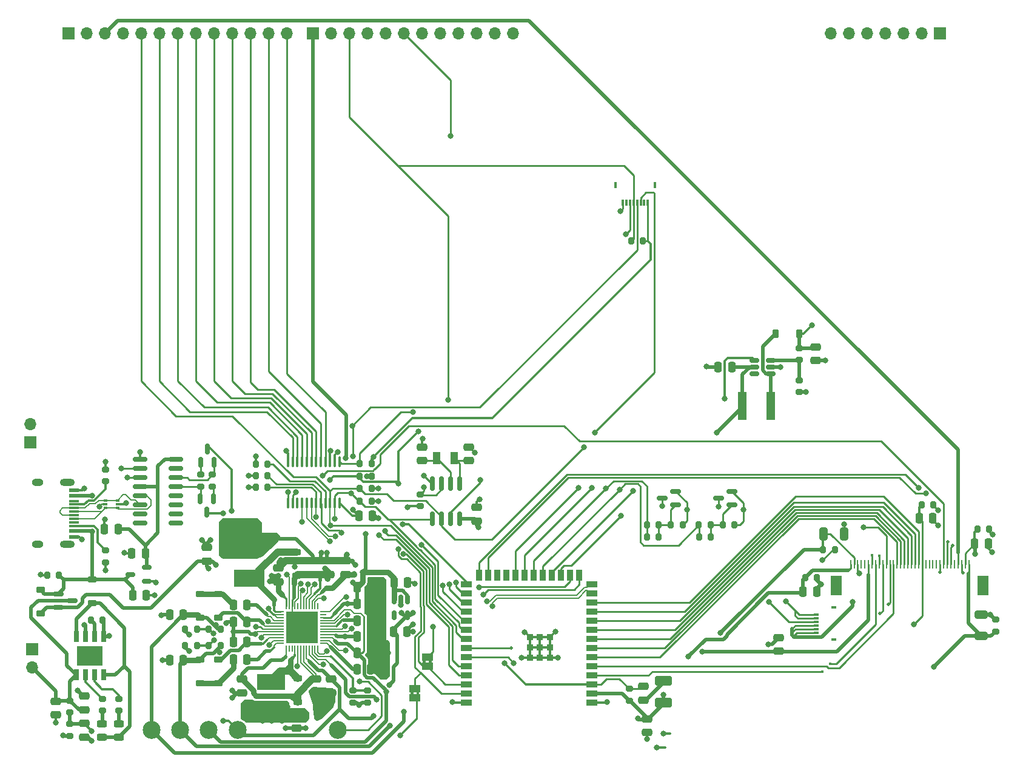
<source format=gtl>
G04 #@! TF.GenerationSoftware,KiCad,Pcbnew,7.0.9-7.0.9~ubuntu22.04.1*
G04 #@! TF.CreationDate,2024-02-01T16:34:56+01:00*
G04 #@! TF.ProjectId,v7-kaleido,76372d6b-616c-4656-9964-6f2e6b696361,1.0*
G04 #@! TF.SameCoordinates,Original*
G04 #@! TF.FileFunction,Copper,L1,Top*
G04 #@! TF.FilePolarity,Positive*
%FSLAX46Y46*%
G04 Gerber Fmt 4.6, Leading zero omitted, Abs format (unit mm)*
G04 Created by KiCad (PCBNEW 7.0.9-7.0.9~ubuntu22.04.1) date 2024-02-01 16:34:56*
%MOMM*%
%LPD*%
G01*
G04 APERTURE LIST*
G04 Aperture macros list*
%AMRoundRect*
0 Rectangle with rounded corners*
0 $1 Rounding radius*
0 $2 $3 $4 $5 $6 $7 $8 $9 X,Y pos of 4 corners*
0 Add a 4 corners polygon primitive as box body*
4,1,4,$2,$3,$4,$5,$6,$7,$8,$9,$2,$3,0*
0 Add four circle primitives for the rounded corners*
1,1,$1+$1,$2,$3*
1,1,$1+$1,$4,$5*
1,1,$1+$1,$6,$7*
1,1,$1+$1,$8,$9*
0 Add four rect primitives between the rounded corners*
20,1,$1+$1,$2,$3,$4,$5,0*
20,1,$1+$1,$4,$5,$6,$7,0*
20,1,$1+$1,$6,$7,$8,$9,0*
20,1,$1+$1,$8,$9,$2,$3,0*%
G04 Aperture macros list end*
G04 #@! TA.AperFunction,SMDPad,CuDef*
%ADD10RoundRect,0.200000X-0.200000X-0.275000X0.200000X-0.275000X0.200000X0.275000X-0.200000X0.275000X0*%
G04 #@! TD*
G04 #@! TA.AperFunction,SMDPad,CuDef*
%ADD11RoundRect,0.150000X0.150000X-0.587500X0.150000X0.587500X-0.150000X0.587500X-0.150000X-0.587500X0*%
G04 #@! TD*
G04 #@! TA.AperFunction,SMDPad,CuDef*
%ADD12RoundRect,0.200000X-0.275000X0.200000X-0.275000X-0.200000X0.275000X-0.200000X0.275000X0.200000X0*%
G04 #@! TD*
G04 #@! TA.AperFunction,SMDPad,CuDef*
%ADD13RoundRect,0.200000X0.275000X-0.200000X0.275000X0.200000X-0.275000X0.200000X-0.275000X-0.200000X0*%
G04 #@! TD*
G04 #@! TA.AperFunction,SMDPad,CuDef*
%ADD14RoundRect,0.150000X-0.150000X0.587500X-0.150000X-0.587500X0.150000X-0.587500X0.150000X0.587500X0*%
G04 #@! TD*
G04 #@! TA.AperFunction,SMDPad,CuDef*
%ADD15RoundRect,0.250000X0.250000X0.475000X-0.250000X0.475000X-0.250000X-0.475000X0.250000X-0.475000X0*%
G04 #@! TD*
G04 #@! TA.AperFunction,SMDPad,CuDef*
%ADD16RoundRect,0.250000X-0.475000X0.250000X-0.475000X-0.250000X0.475000X-0.250000X0.475000X0.250000X0*%
G04 #@! TD*
G04 #@! TA.AperFunction,SMDPad,CuDef*
%ADD17RoundRect,0.243750X-0.456250X0.243750X-0.456250X-0.243750X0.456250X-0.243750X0.456250X0.243750X0*%
G04 #@! TD*
G04 #@! TA.AperFunction,SMDPad,CuDef*
%ADD18RoundRect,0.250000X0.475000X-0.250000X0.475000X0.250000X-0.475000X0.250000X-0.475000X-0.250000X0*%
G04 #@! TD*
G04 #@! TA.AperFunction,SMDPad,CuDef*
%ADD19RoundRect,0.250000X0.650000X-0.325000X0.650000X0.325000X-0.650000X0.325000X-0.650000X-0.325000X0*%
G04 #@! TD*
G04 #@! TA.AperFunction,SMDPad,CuDef*
%ADD20RoundRect,0.250000X-0.250000X-0.475000X0.250000X-0.475000X0.250000X0.475000X-0.250000X0.475000X0*%
G04 #@! TD*
G04 #@! TA.AperFunction,SMDPad,CuDef*
%ADD21RoundRect,0.250000X-0.325000X-0.650000X0.325000X-0.650000X0.325000X0.650000X-0.325000X0.650000X0*%
G04 #@! TD*
G04 #@! TA.AperFunction,SMDPad,CuDef*
%ADD22RoundRect,0.200000X0.200000X0.275000X-0.200000X0.275000X-0.200000X-0.275000X0.200000X-0.275000X0*%
G04 #@! TD*
G04 #@! TA.AperFunction,SMDPad,CuDef*
%ADD23RoundRect,0.100000X-0.100000X0.637500X-0.100000X-0.637500X0.100000X-0.637500X0.100000X0.637500X0*%
G04 #@! TD*
G04 #@! TA.AperFunction,SMDPad,CuDef*
%ADD24RoundRect,0.250000X0.925000X-0.412500X0.925000X0.412500X-0.925000X0.412500X-0.925000X-0.412500X0*%
G04 #@! TD*
G04 #@! TA.AperFunction,SMDPad,CuDef*
%ADD25R,3.900000X2.200000*%
G04 #@! TD*
G04 #@! TA.AperFunction,SMDPad,CuDef*
%ADD26R,4.200000X2.400000*%
G04 #@! TD*
G04 #@! TA.AperFunction,SMDPad,CuDef*
%ADD27R,0.850000X0.200000*%
G04 #@! TD*
G04 #@! TA.AperFunction,SMDPad,CuDef*
%ADD28R,0.200000X0.850000*%
G04 #@! TD*
G04 #@! TA.AperFunction,ComponentPad*
%ADD29C,0.508000*%
G04 #@! TD*
G04 #@! TA.AperFunction,SMDPad,CuDef*
%ADD30R,4.399999X4.399999*%
G04 #@! TD*
G04 #@! TA.AperFunction,SMDPad,CuDef*
%ADD31RoundRect,0.225000X-0.375000X0.225000X-0.375000X-0.225000X0.375000X-0.225000X0.375000X0.225000X0*%
G04 #@! TD*
G04 #@! TA.AperFunction,SMDPad,CuDef*
%ADD32RoundRect,0.225000X0.375000X-0.225000X0.375000X0.225000X-0.375000X0.225000X-0.375000X-0.225000X0*%
G04 #@! TD*
G04 #@! TA.AperFunction,SMDPad,CuDef*
%ADD33C,2.500000*%
G04 #@! TD*
G04 #@! TA.AperFunction,SMDPad,CuDef*
%ADD34R,0.650000X1.500000*%
G04 #@! TD*
G04 #@! TA.AperFunction,SMDPad,CuDef*
%ADD35R,3.600000X2.700000*%
G04 #@! TD*
G04 #@! TA.AperFunction,ComponentPad*
%ADD36R,1.700000X1.700000*%
G04 #@! TD*
G04 #@! TA.AperFunction,ComponentPad*
%ADD37O,1.700000X1.700000*%
G04 #@! TD*
G04 #@! TA.AperFunction,SMDPad,CuDef*
%ADD38RoundRect,0.150000X0.512500X0.150000X-0.512500X0.150000X-0.512500X-0.150000X0.512500X-0.150000X0*%
G04 #@! TD*
G04 #@! TA.AperFunction,SMDPad,CuDef*
%ADD39R,0.500000X0.375000*%
G04 #@! TD*
G04 #@! TA.AperFunction,SMDPad,CuDef*
%ADD40R,0.650000X0.300000*%
G04 #@! TD*
G04 #@! TA.AperFunction,SMDPad,CuDef*
%ADD41R,1.600000X2.800000*%
G04 #@! TD*
G04 #@! TA.AperFunction,SMDPad,CuDef*
%ADD42R,0.250000X1.300000*%
G04 #@! TD*
G04 #@! TA.AperFunction,SMDPad,CuDef*
%ADD43RoundRect,0.150000X-0.587500X-0.150000X0.587500X-0.150000X0.587500X0.150000X-0.587500X0.150000X0*%
G04 #@! TD*
G04 #@! TA.AperFunction,SMDPad,CuDef*
%ADD44R,1.500000X1.000000*%
G04 #@! TD*
G04 #@! TA.AperFunction,SMDPad,CuDef*
%ADD45R,0.355600X0.838200*%
G04 #@! TD*
G04 #@! TA.AperFunction,SMDPad,CuDef*
%ADD46R,0.406400X0.838200*%
G04 #@! TD*
G04 #@! TA.AperFunction,SMDPad,CuDef*
%ADD47RoundRect,0.150000X-0.150000X0.825000X-0.150000X-0.825000X0.150000X-0.825000X0.150000X0.825000X0*%
G04 #@! TD*
G04 #@! TA.AperFunction,SMDPad,CuDef*
%ADD48R,0.800000X0.300000*%
G04 #@! TD*
G04 #@! TA.AperFunction,SMDPad,CuDef*
%ADD49R,0.800000X0.400000*%
G04 #@! TD*
G04 #@! TA.AperFunction,SMDPad,CuDef*
%ADD50RoundRect,0.150000X-0.150000X0.512500X-0.150000X-0.512500X0.150000X-0.512500X0.150000X0.512500X0*%
G04 #@! TD*
G04 #@! TA.AperFunction,SMDPad,CuDef*
%ADD51R,1.500000X0.900000*%
G04 #@! TD*
G04 #@! TA.AperFunction,SMDPad,CuDef*
%ADD52R,0.900000X1.500000*%
G04 #@! TD*
G04 #@! TA.AperFunction,SMDPad,CuDef*
%ADD53R,0.900000X0.900000*%
G04 #@! TD*
G04 #@! TA.AperFunction,SMDPad,CuDef*
%ADD54RoundRect,0.150000X-0.825000X-0.150000X0.825000X-0.150000X0.825000X0.150000X-0.825000X0.150000X0*%
G04 #@! TD*
G04 #@! TA.AperFunction,SMDPad,CuDef*
%ADD55R,1.450000X0.600000*%
G04 #@! TD*
G04 #@! TA.AperFunction,SMDPad,CuDef*
%ADD56R,1.450000X0.300000*%
G04 #@! TD*
G04 #@! TA.AperFunction,ComponentPad*
%ADD57O,2.100000X1.000000*%
G04 #@! TD*
G04 #@! TA.AperFunction,ComponentPad*
%ADD58O,1.600000X1.000000*%
G04 #@! TD*
G04 #@! TA.AperFunction,SMDPad,CuDef*
%ADD59R,1.257300X4.013200*%
G04 #@! TD*
G04 #@! TA.AperFunction,SMDPad,CuDef*
%ADD60RoundRect,0.150000X0.587500X0.150000X-0.587500X0.150000X-0.587500X-0.150000X0.587500X-0.150000X0*%
G04 #@! TD*
G04 #@! TA.AperFunction,SMDPad,CuDef*
%ADD61RoundRect,0.225000X0.225000X0.375000X-0.225000X0.375000X-0.225000X-0.375000X0.225000X-0.375000X0*%
G04 #@! TD*
G04 #@! TA.AperFunction,SMDPad,CuDef*
%ADD62R,1.000000X1.800000*%
G04 #@! TD*
G04 #@! TA.AperFunction,ViaPad*
%ADD63C,0.800000*%
G04 #@! TD*
G04 #@! TA.AperFunction,ViaPad*
%ADD64C,0.450000*%
G04 #@! TD*
G04 #@! TA.AperFunction,ViaPad*
%ADD65C,0.500000*%
G04 #@! TD*
G04 #@! TA.AperFunction,Conductor*
%ADD66C,0.500000*%
G04 #@! TD*
G04 #@! TA.AperFunction,Conductor*
%ADD67C,1.000000*%
G04 #@! TD*
G04 #@! TA.AperFunction,Conductor*
%ADD68C,0.300000*%
G04 #@! TD*
G04 #@! TA.AperFunction,Conductor*
%ADD69C,0.200000*%
G04 #@! TD*
G04 #@! TA.AperFunction,Conductor*
%ADD70C,0.250000*%
G04 #@! TD*
G04 #@! TA.AperFunction,Conductor*
%ADD71C,0.750000*%
G04 #@! TD*
G04 APERTURE END LIST*
G04 #@! TA.AperFunction,EtchedComponent*
G36*
X116468500Y-138965693D02*
G01*
X116068500Y-138965693D01*
X116068500Y-138465693D01*
X116468500Y-138465693D01*
X116468500Y-138965693D01*
G37*
G04 #@! TD.AperFunction*
G04 #@! TA.AperFunction,EtchedComponent*
G36*
X115668500Y-138965693D02*
G01*
X115268500Y-138965693D01*
X115268500Y-138465693D01*
X115668500Y-138465693D01*
X115668500Y-138965693D01*
G37*
G04 #@! TD.AperFunction*
G04 #@! TA.AperFunction,EtchedComponent*
G36*
X118196500Y-134593693D02*
G01*
X117796500Y-134593693D01*
X117796500Y-134093693D01*
X118196500Y-134093693D01*
X118196500Y-134593693D01*
G37*
G04 #@! TD.AperFunction*
G04 #@! TA.AperFunction,EtchedComponent*
G36*
X117396500Y-134593693D02*
G01*
X116996500Y-134593693D01*
X116996500Y-134093693D01*
X117396500Y-134093693D01*
X117396500Y-134593693D01*
G37*
G04 #@! TD.AperFunction*
D10*
X108171500Y-108443693D03*
X109821500Y-108443693D03*
D11*
X85946500Y-106506193D03*
X87846500Y-106506193D03*
X86896500Y-104631193D03*
D12*
X85996500Y-108243693D03*
X85996500Y-109893693D03*
D13*
X87596500Y-109893693D03*
X87596500Y-108243693D03*
D14*
X87746500Y-111606193D03*
X85846500Y-111606193D03*
X86796500Y-113481193D03*
D15*
X114796500Y-130143693D03*
X112896500Y-130143693D03*
D16*
X69696500Y-139143693D03*
X69696500Y-141043693D03*
D17*
X74554500Y-143005693D03*
X74554500Y-144880693D03*
D12*
X72246500Y-139518693D03*
X72246500Y-141168693D03*
X74554500Y-139518693D03*
X74554500Y-141168693D03*
D17*
X72141500Y-143005693D03*
X72141500Y-144880693D03*
D18*
X148296500Y-144193693D03*
X148296500Y-142293693D03*
X69696500Y-144843693D03*
X69696500Y-142943693D03*
D15*
X109706500Y-135413693D03*
X107806500Y-135413693D03*
D18*
X166690000Y-132880000D03*
X166690000Y-130980000D03*
D19*
X194955000Y-130750000D03*
X194955000Y-127800000D03*
D20*
X170062000Y-124520000D03*
X171962000Y-124520000D03*
D21*
X172890000Y-116490000D03*
X175840000Y-116490000D03*
D20*
X194030000Y-117880000D03*
X195930000Y-117880000D03*
D22*
X95321500Y-106743693D03*
X93671500Y-106743693D03*
D13*
X107177700Y-140015293D03*
X107177700Y-138365293D03*
X196955000Y-130100000D03*
X196955000Y-128450000D03*
D10*
X170365000Y-122590000D03*
X172015000Y-122590000D03*
X172840000Y-118690000D03*
X174490000Y-118690000D03*
X194405000Y-115848000D03*
X196055000Y-115848000D03*
D12*
X109209700Y-138365293D03*
X109209700Y-140015293D03*
D23*
X105321500Y-106443693D03*
X104671500Y-106443693D03*
X104021500Y-106443693D03*
X103371500Y-106443693D03*
X102721500Y-106443693D03*
X102071500Y-106443693D03*
X101421500Y-106443693D03*
X100771500Y-106443693D03*
X100121500Y-106443693D03*
X99471500Y-106443693D03*
X98821500Y-106443693D03*
X98171500Y-106443693D03*
X98171500Y-112168693D03*
X98821500Y-112168693D03*
X99471500Y-112168693D03*
X100121500Y-112168693D03*
X100771500Y-112168693D03*
X101421500Y-112168693D03*
X102071500Y-112168693D03*
X102721500Y-112168693D03*
X103371500Y-112168693D03*
X104021500Y-112168693D03*
X104671500Y-112168693D03*
X105321500Y-112168693D03*
D16*
X106216500Y-120239693D03*
X106216500Y-122139693D03*
D24*
X150596500Y-140081193D03*
X150596500Y-137006193D03*
D20*
X107806500Y-123983693D03*
X109706500Y-123983693D03*
D22*
X88753500Y-129825693D03*
X87103500Y-129825693D03*
D25*
X95802500Y-140996693D03*
X95802500Y-137196693D03*
D26*
X92754500Y-122677693D03*
X92754500Y-118177693D03*
D22*
X85451500Y-132111693D03*
X83801500Y-132111693D03*
X88753500Y-132111693D03*
X87103500Y-132111693D03*
X85451500Y-129825693D03*
X83801500Y-129825693D03*
D18*
X99358500Y-143602693D03*
X99358500Y-141702693D03*
X104184500Y-138649693D03*
X104184500Y-136749693D03*
D15*
X92434500Y-128809693D03*
X90534500Y-128809693D03*
D20*
X90534500Y-131603693D03*
X92434500Y-131603693D03*
D16*
X147796500Y-137793693D03*
X147796500Y-139693693D03*
D27*
X103095500Y-131771694D03*
X103095500Y-131371692D03*
X103095500Y-130971693D03*
X103095500Y-130571694D03*
X103095500Y-130171692D03*
X103095500Y-129771693D03*
X103095500Y-129371693D03*
X103095500Y-128971694D03*
X103095500Y-128571692D03*
X103095500Y-128171693D03*
X103095500Y-127771694D03*
X103095500Y-127371692D03*
D28*
X102320501Y-126596693D03*
X101920499Y-126596693D03*
X101520500Y-126596693D03*
X101120501Y-126596693D03*
X100720499Y-126596693D03*
X100320500Y-126596693D03*
X99920500Y-126596693D03*
X99520501Y-126596693D03*
X99120499Y-126596693D03*
X98720500Y-126596693D03*
X98320501Y-126596693D03*
X97920499Y-126596693D03*
D27*
X97145500Y-127371692D03*
X97145500Y-127771694D03*
X97145500Y-128171693D03*
X97145500Y-128571692D03*
X97145500Y-128971694D03*
X97145500Y-129371693D03*
X97145500Y-129771693D03*
X97145500Y-130171692D03*
X97145500Y-130571694D03*
X97145500Y-130971693D03*
X97145500Y-131371692D03*
X97145500Y-131771694D03*
D28*
X97920499Y-132546693D03*
X98320501Y-132546693D03*
X98720500Y-132546693D03*
X99120499Y-132546693D03*
X99520501Y-132546693D03*
X99920500Y-132546693D03*
X100320500Y-132546693D03*
X100720499Y-132546693D03*
X101120501Y-132546693D03*
X101520500Y-132546693D03*
X101920499Y-132546693D03*
X102320501Y-132546693D03*
D29*
X101695300Y-131146493D03*
X101695300Y-130359093D03*
X101695300Y-129571693D03*
X101695300Y-128784293D03*
X101695300Y-127996893D03*
X100907900Y-131146493D03*
X100907900Y-130359093D03*
X100907900Y-129571693D03*
X100907900Y-128784293D03*
X100907900Y-127996893D03*
X100120500Y-131146493D03*
X100120500Y-130359093D03*
X100120500Y-129571693D03*
D30*
X100120500Y-129571693D03*
D29*
X100120500Y-128784293D03*
X100120500Y-127996893D03*
X99333100Y-131146493D03*
X99333100Y-130359093D03*
X99333100Y-129571693D03*
X99333100Y-128784293D03*
X99333100Y-127996893D03*
X98545700Y-131146493D03*
X98545700Y-130359093D03*
X98545700Y-129571693D03*
X98545700Y-128784293D03*
X98545700Y-127996893D03*
D15*
X109706500Y-133127693D03*
X107806500Y-133127693D03*
D18*
X96818500Y-123155693D03*
X96818500Y-121255693D03*
D15*
X109706500Y-126269693D03*
X107806500Y-126269693D03*
D31*
X85896500Y-134017693D03*
X85896500Y-137317693D03*
D32*
X88436500Y-137317693D03*
X88436500Y-134017693D03*
D31*
X85896500Y-124873693D03*
X85896500Y-128173693D03*
D32*
X88436500Y-128173693D03*
X88436500Y-124873693D03*
D20*
X81644500Y-127793693D03*
X83544500Y-127793693D03*
D18*
X101644500Y-122139693D03*
X101644500Y-120239693D03*
D20*
X107806500Y-130841693D03*
X109706500Y-130841693D03*
X90534500Y-126396693D03*
X92434500Y-126396693D03*
D18*
X103930500Y-122139693D03*
X103930500Y-120239693D03*
D20*
X90534500Y-134016693D03*
X92434500Y-134016693D03*
D15*
X83544500Y-134143693D03*
X81644500Y-134143693D03*
X109706500Y-128568393D03*
X107806500Y-128568393D03*
D18*
X102025500Y-138649693D03*
X102025500Y-136749693D03*
D32*
X99485500Y-139984693D03*
X99485500Y-136684693D03*
D20*
X112946500Y-123243693D03*
X114846500Y-123243693D03*
X186280000Y-114330000D03*
X188180000Y-114330000D03*
D10*
X186630000Y-112430000D03*
X188280000Y-112430000D03*
D31*
X99358500Y-119031693D03*
X99358500Y-122331693D03*
D12*
X67717500Y-143018693D03*
X67717500Y-144668693D03*
X67717500Y-139744693D03*
X67717500Y-141394693D03*
D16*
X86846500Y-118393693D03*
X86846500Y-120293693D03*
D18*
X91738500Y-138649693D03*
X91738500Y-136749693D03*
D33*
X87096500Y-143843693D03*
X79096500Y-143843693D03*
X91096500Y-143843693D03*
X105096500Y-143843693D03*
D20*
X108046500Y-113943693D03*
X109946500Y-113943693D03*
D12*
X145796500Y-138118693D03*
X145796500Y-139768693D03*
D22*
X109821500Y-111943693D03*
X108171500Y-111943693D03*
X109821500Y-110143693D03*
X108171500Y-110143693D03*
D10*
X93671500Y-109943693D03*
X95321500Y-109943693D03*
X93671500Y-108343693D03*
X95321500Y-108343693D03*
D33*
X83096500Y-143843693D03*
D34*
X72401500Y-130784693D03*
X71131500Y-130784693D03*
X69861500Y-130784693D03*
X68591500Y-130784693D03*
X68591500Y-136184693D03*
X69861500Y-136184693D03*
X71131500Y-136184693D03*
X72401500Y-136184693D03*
D35*
X70496500Y-133484693D03*
D32*
X70796500Y-126193693D03*
X70796500Y-122893693D03*
D22*
X72271500Y-128493693D03*
X70621500Y-128493693D03*
D36*
X62446500Y-132618693D03*
D37*
X62446500Y-135158693D03*
D38*
X78434000Y-123093693D03*
X78434000Y-121193693D03*
X76159000Y-122143693D03*
D39*
X72646500Y-111806193D03*
D40*
X72571500Y-112343693D03*
D39*
X72646500Y-112881193D03*
X74346500Y-112881193D03*
D40*
X74421500Y-112343693D03*
D39*
X74346500Y-111806193D03*
D20*
X72546500Y-115843693D03*
X74446500Y-115843693D03*
D41*
X174700000Y-123710000D03*
X195200000Y-123710000D03*
D42*
X176700000Y-120710000D03*
X177200000Y-120710000D03*
X177700000Y-120710000D03*
X178200000Y-120710000D03*
X178700000Y-120710000D03*
X179200000Y-120710000D03*
X179700000Y-120710000D03*
X180200000Y-120710000D03*
X180700000Y-120710000D03*
X181200000Y-120710000D03*
X181700000Y-120710000D03*
X182200000Y-120710000D03*
X182700000Y-120710000D03*
X183200000Y-120710000D03*
X183700000Y-120710000D03*
X184200000Y-120710000D03*
X184700000Y-120710000D03*
X185200000Y-120710000D03*
X185700000Y-120710000D03*
X186200000Y-120710000D03*
X186700000Y-120710000D03*
X187200000Y-120710000D03*
X187700000Y-120710000D03*
X188200000Y-120710000D03*
X188700000Y-120710000D03*
X189200000Y-120710000D03*
X189700000Y-120710000D03*
X190200000Y-120710000D03*
X190700000Y-120710000D03*
X191200000Y-120710000D03*
X191700000Y-120710000D03*
X192200000Y-120710000D03*
X192700000Y-120710000D03*
X193200000Y-120710000D03*
D43*
X66109000Y-124843693D03*
X66109000Y-126743693D03*
X67984000Y-125793693D03*
D44*
X115868500Y-138065693D03*
X115868500Y-139365693D03*
D16*
X123396500Y-104393693D03*
X123396500Y-106293693D03*
D36*
X62196500Y-103718693D03*
D37*
X62196500Y-101178693D03*
D45*
X144899496Y-70240000D03*
X145399622Y-70240000D03*
X145899748Y-70240000D03*
X146399874Y-70240000D03*
X146900000Y-70240000D03*
X147400126Y-70240000D03*
X147900252Y-70240000D03*
X148400378Y-70240000D03*
D46*
X149399937Y-67780000D03*
X143899937Y-67780000D03*
D47*
X122151500Y-109468693D03*
X120881500Y-109468693D03*
X119611500Y-109468693D03*
X118341500Y-109468693D03*
X118341500Y-114418693D03*
X119611500Y-114418693D03*
X120881500Y-114418693D03*
X122151500Y-114418693D03*
D13*
X72696500Y-109168693D03*
X72696500Y-107518693D03*
D48*
X171870000Y-130270000D03*
X171870000Y-129770000D03*
X171870000Y-129270000D03*
X171870000Y-128770000D03*
X171870000Y-128270000D03*
X171870000Y-127770000D03*
D49*
X174370000Y-126770000D03*
X174370000Y-131270000D03*
D22*
X66171500Y-122243693D03*
X64521500Y-122243693D03*
X109821500Y-106693693D03*
X108171500Y-106693693D03*
D50*
X114846500Y-125606193D03*
X113896500Y-125606193D03*
X112946500Y-125606193D03*
X112946500Y-127881193D03*
X114846500Y-127881193D03*
D12*
X169492500Y-90585000D03*
X169492500Y-92235000D03*
D10*
X158835000Y-115210000D03*
X160485000Y-115210000D03*
D16*
X116896500Y-104393693D03*
X116896500Y-106293693D03*
D38*
X165580000Y-94150000D03*
X165580000Y-93200000D03*
X165580000Y-92250000D03*
X163305000Y-92250000D03*
X163305000Y-93200000D03*
X163305000Y-94150000D03*
D12*
X116596500Y-110993693D03*
X116596500Y-112643693D03*
D15*
X78346500Y-125043693D03*
X76446500Y-125043693D03*
D18*
X65696500Y-141743693D03*
X65696500Y-139843693D03*
D44*
X117596500Y-133693693D03*
X117596500Y-134993693D03*
D12*
X72696500Y-118818693D03*
X72696500Y-120468693D03*
D10*
X151620000Y-115210000D03*
X153270000Y-115210000D03*
D36*
X101640000Y-46650000D03*
D37*
X104180000Y-46650000D03*
X106720000Y-46650000D03*
X109260000Y-46650000D03*
X111800000Y-46650000D03*
X114340000Y-46650000D03*
X116880000Y-46650000D03*
X119420000Y-46650000D03*
X121960000Y-46650000D03*
X124500000Y-46650000D03*
X127040000Y-46650000D03*
X129580000Y-46650000D03*
D51*
X140571500Y-140053693D03*
X140571500Y-138783693D03*
X140571500Y-137513693D03*
X140571500Y-136243693D03*
X140571500Y-134973693D03*
X140571500Y-133703693D03*
X140571500Y-132433693D03*
X140571500Y-131163693D03*
X140571500Y-129893693D03*
X140571500Y-128623693D03*
X140571500Y-127353693D03*
X140571500Y-126083693D03*
X140571500Y-124813693D03*
X140571500Y-123543693D03*
D52*
X138806500Y-122293693D03*
X137536500Y-122293693D03*
X136266500Y-122293693D03*
X134996500Y-122293693D03*
X133726500Y-122293693D03*
X132456500Y-122293693D03*
X131186500Y-122293693D03*
X129916500Y-122293693D03*
X128646500Y-122293693D03*
X127376500Y-122293693D03*
X126106500Y-122293693D03*
X124836500Y-122293693D03*
D51*
X123071500Y-123543693D03*
X123071500Y-124813693D03*
X123071500Y-126083693D03*
X123071500Y-127353693D03*
X123071500Y-128623693D03*
X123071500Y-129893693D03*
X123071500Y-131163693D03*
X123071500Y-132433693D03*
X123071500Y-133703693D03*
X123071500Y-134973693D03*
X123071500Y-136243693D03*
X123071500Y-137513693D03*
X123071500Y-138783693D03*
X123071500Y-140053693D03*
D53*
X134721500Y-133733693D03*
X134721500Y-132333693D03*
X134721500Y-130933693D03*
X133321500Y-133733693D03*
X133321500Y-132333693D03*
X133321500Y-130933693D03*
X131921500Y-133733693D03*
X131921500Y-132333693D03*
X131921500Y-130933693D03*
D12*
X169492500Y-95065000D03*
X169492500Y-96715000D03*
D22*
X157195000Y-116960000D03*
X155545000Y-116960000D03*
X157165000Y-115210000D03*
X155515000Y-115210000D03*
D36*
X67515000Y-46650000D03*
D37*
X70055000Y-46650000D03*
X72595000Y-46650000D03*
X75135000Y-46650000D03*
X77675000Y-46650000D03*
X80215000Y-46650000D03*
X82755000Y-46650000D03*
X85295000Y-46650000D03*
X87835000Y-46650000D03*
X90375000Y-46650000D03*
X92915000Y-46650000D03*
X95455000Y-46650000D03*
X97995000Y-46650000D03*
D10*
X146075000Y-75650000D03*
X147725000Y-75650000D03*
D22*
X149895000Y-115210000D03*
X148245000Y-115210000D03*
D36*
X189190000Y-46650000D03*
D37*
X186650000Y-46650000D03*
X184110000Y-46650000D03*
X181570000Y-46650000D03*
X179030000Y-46650000D03*
X176490000Y-46650000D03*
X173950000Y-46650000D03*
D16*
X124496500Y-112793693D03*
X124496500Y-114693693D03*
D54*
X77521500Y-106098693D03*
X77521500Y-107368693D03*
X77521500Y-108638693D03*
X77521500Y-109908693D03*
X77521500Y-111178693D03*
X77521500Y-112448693D03*
X77521500Y-113718693D03*
X77521500Y-114988693D03*
X82471500Y-114988693D03*
X82471500Y-113718693D03*
X82471500Y-112448693D03*
X82471500Y-111178693D03*
X82471500Y-109908693D03*
X82471500Y-108638693D03*
X82471500Y-107368693D03*
X82471500Y-106098693D03*
D55*
X68281500Y-110393693D03*
X68281500Y-111193693D03*
D56*
X68281500Y-112393693D03*
X68281500Y-113393693D03*
X68281500Y-113893693D03*
X68281500Y-114893693D03*
D55*
X68281500Y-116093693D03*
X68281500Y-116893693D03*
X68281500Y-116893693D03*
X68281500Y-116093693D03*
D56*
X68281500Y-115393693D03*
X68281500Y-114393693D03*
X68281500Y-112893693D03*
X68281500Y-111893693D03*
D55*
X68281500Y-111193693D03*
X68281500Y-110393693D03*
D57*
X67366500Y-109323693D03*
D58*
X63186500Y-109323693D03*
D57*
X67366500Y-117963693D03*
D58*
X63186500Y-117963693D03*
D59*
X165557350Y-98640000D03*
X161607650Y-98640000D03*
D20*
X76346500Y-119243693D03*
X78246500Y-119243693D03*
D60*
X160110000Y-112440000D03*
X160110000Y-110540000D03*
X158235000Y-111490000D03*
D61*
X169510000Y-88530000D03*
X166210000Y-88530000D03*
D60*
X152300000Y-112440000D03*
X152300000Y-110540000D03*
X150425000Y-111490000D03*
D32*
X63596500Y-127593693D03*
X63596500Y-124293693D03*
D22*
X149895000Y-116960000D03*
X148245000Y-116960000D03*
D16*
X171852500Y-90410000D03*
X171852500Y-92310000D03*
D15*
X160100000Y-93210000D03*
X158200000Y-93210000D03*
D62*
X121396500Y-105893693D03*
X118896500Y-105893693D03*
D63*
X188300000Y-135060000D03*
X148061529Y-139795403D03*
X104056000Y-104943693D03*
X103755499Y-139843693D03*
X111096500Y-132093693D03*
X105096500Y-105043693D03*
X69696500Y-110143693D03*
X96296500Y-116743693D03*
X72696500Y-121543693D03*
X111096500Y-127593693D03*
X106089500Y-129365693D03*
X116996500Y-103243693D03*
X102846500Y-119093693D03*
X100596500Y-143593693D03*
X173190000Y-92290000D03*
D64*
X179690000Y-119490000D03*
D63*
X72596500Y-114443693D03*
X196210000Y-127800000D03*
X103168500Y-125507693D03*
X63596500Y-122143693D03*
X109596500Y-129593693D03*
X93896500Y-115343693D03*
X106470500Y-127745693D03*
X124196500Y-105143693D03*
X156540000Y-93110000D03*
X103596500Y-119093693D03*
D65*
X192420000Y-121900000D03*
D63*
X172563000Y-123500000D03*
X75296500Y-119143693D03*
X124896500Y-111643693D03*
X113896500Y-126443693D03*
X93696500Y-105643693D03*
X111398781Y-123366052D03*
X89496500Y-115343693D03*
X170480000Y-96700000D03*
X65696500Y-142843693D03*
X68746500Y-138343693D03*
X135496500Y-130143693D03*
X80496500Y-127843693D03*
X102346500Y-141843693D03*
X89493186Y-128947792D03*
X117092000Y-108343693D03*
X92896500Y-114743693D03*
X90346500Y-138343693D03*
X91896500Y-115343693D03*
X79696500Y-123243693D03*
X71805082Y-112651705D03*
X112096500Y-133093693D03*
X103548243Y-132874950D03*
X90534500Y-130155693D03*
D65*
X189190000Y-121850000D03*
D63*
X188930000Y-115309000D03*
X115636500Y-130093693D03*
X103040500Y-138649693D03*
X142696500Y-139943693D03*
X115596500Y-129093693D03*
X135796500Y-133743693D03*
X153870000Y-113100000D03*
X97896500Y-104943693D03*
X177910000Y-122030000D03*
X88896500Y-118943693D03*
D64*
X180710000Y-119510000D03*
D63*
X108096500Y-140383693D03*
X121096500Y-139943693D03*
X93593277Y-130438096D03*
X89496500Y-117743693D03*
X150596500Y-144343693D03*
X101846500Y-139843693D03*
X111096500Y-129843693D03*
X87346500Y-117343693D03*
X90346500Y-139343693D03*
X66746500Y-144593693D03*
X99463781Y-134928356D03*
X84346500Y-132843693D03*
X144540000Y-71490000D03*
X148296500Y-145143693D03*
X196430000Y-119023000D03*
X175830000Y-115135000D03*
X80596500Y-134093693D03*
X77496500Y-105043693D03*
X95696500Y-117943693D03*
X161720000Y-113100000D03*
X166930000Y-93200000D03*
X102846500Y-140843693D03*
X99096500Y-121093693D03*
X102700500Y-120239693D03*
X107596500Y-120843693D03*
X90696500Y-114743693D03*
X188930000Y-113209000D03*
X149596500Y-146343693D03*
X130796500Y-133743693D03*
X72696500Y-106443693D03*
X70746500Y-145343693D03*
X110802000Y-114277708D03*
X69396500Y-117243693D03*
X172780000Y-120160000D03*
X196530000Y-116623000D03*
X97112034Y-120109227D03*
X115896500Y-123443693D03*
X98950500Y-120239693D03*
X79496500Y-125043693D03*
X88896500Y-116543693D03*
X69696500Y-129243693D03*
X97846500Y-143593693D03*
X86096500Y-117343693D03*
X109596500Y-131843693D03*
X111096500Y-125343693D03*
X131196500Y-130243693D03*
X73196500Y-130743693D03*
X109480000Y-127343693D03*
X84346500Y-130593693D03*
X106396500Y-119343693D03*
X111096500Y-133843693D03*
X165250000Y-131930000D03*
X95548500Y-131984693D03*
X88596500Y-133007691D03*
X112410000Y-143290000D03*
X158542922Y-130322922D03*
X88096500Y-129183695D03*
X95373246Y-128680722D03*
X114296500Y-141340000D03*
X154069310Y-133635000D03*
X111862622Y-138518814D03*
X194120000Y-119280000D03*
X89096500Y-142593693D03*
X100220490Y-124364693D03*
X110121992Y-141941992D03*
X128381228Y-134575066D03*
X90248193Y-113295386D03*
X178540000Y-115580000D03*
X98160000Y-110680000D03*
X108180000Y-137080000D03*
X107380000Y-122130000D03*
X185540000Y-129100000D03*
X99296500Y-110643693D03*
X102996500Y-108343693D03*
X74896500Y-107343693D03*
X111696500Y-116043693D03*
X75696500Y-108643693D03*
X110896500Y-116643693D03*
X110545395Y-139593693D03*
X155947922Y-132917922D03*
X70796500Y-111143693D03*
X75562837Y-112210030D03*
X70796500Y-116143693D03*
X70730440Y-144008136D03*
X113836500Y-144643693D03*
X186180000Y-110060000D03*
D65*
X190950000Y-118120000D03*
D63*
X103346500Y-121343693D03*
X106089500Y-130841693D03*
X95422757Y-126903436D03*
X103636500Y-122794693D03*
X107096500Y-101443693D03*
X104694807Y-114345386D03*
X107196500Y-105643693D03*
X100924161Y-123571352D03*
X106996500Y-110843693D03*
X139505000Y-104362699D03*
X140970000Y-102390000D03*
X101891748Y-123536440D03*
X104096500Y-115343693D03*
X102096500Y-114143693D03*
X98024294Y-122216930D03*
X105610156Y-116335158D03*
X106196500Y-132743693D03*
X125396500Y-124943693D03*
X120500000Y-97750000D03*
X115638557Y-99510000D03*
X116796500Y-118043693D03*
X107064129Y-129685937D03*
X104796500Y-116843693D03*
X103996500Y-117543693D03*
X106293592Y-125329363D03*
X99972856Y-123437697D03*
X100096500Y-114843693D03*
X108596500Y-121843693D03*
X106484444Y-126269693D03*
X100596500Y-141593693D03*
X95846500Y-122343693D03*
X92096500Y-140343693D03*
X107188759Y-123290140D03*
X94596500Y-142593693D03*
X93346500Y-142343693D03*
X106196500Y-105943693D03*
X95596500Y-123093693D03*
X108996500Y-116543693D03*
X93346500Y-140343693D03*
X97346500Y-142593693D03*
X93346500Y-141343693D03*
X98096500Y-141843693D03*
X87096500Y-121343693D03*
X96846500Y-122343693D03*
X88096500Y-120843693D03*
X92096500Y-141343693D03*
X158030000Y-102390000D03*
X98096500Y-140593693D03*
X95846500Y-142593693D03*
X113996500Y-127543693D03*
X103041500Y-134676693D03*
X112332870Y-137580000D03*
X92696500Y-108343693D03*
X92696500Y-109943693D03*
X124781000Y-115590000D03*
X110796500Y-111943693D03*
X110802000Y-110143693D03*
X150574097Y-139790000D03*
X115596500Y-127543693D03*
X107196500Y-113143693D03*
X114812000Y-112743693D03*
X109131000Y-108443693D03*
X146996500Y-142243693D03*
X110096500Y-105743693D03*
X150596500Y-138943693D03*
X171330000Y-87360000D03*
X177010000Y-125960000D03*
X126667732Y-126614925D03*
X125925268Y-125872461D03*
X113556000Y-118643693D03*
X114269737Y-119284961D03*
X124796500Y-123943693D03*
X120830000Y-60980000D03*
X119777470Y-123700645D03*
X120713235Y-123488543D03*
X121645234Y-123260457D03*
X124996500Y-108943693D03*
X117096500Y-109943693D03*
X118396500Y-129434193D03*
X89096500Y-113643693D03*
X114196500Y-115128193D03*
X103996500Y-108943693D03*
X116376500Y-102218193D03*
X113596500Y-109443693D03*
X187210000Y-110860000D03*
D65*
X190320000Y-117620000D03*
D64*
X172710000Y-135690000D03*
X173850000Y-134590000D03*
D63*
X165270000Y-125950000D03*
X150440000Y-112600000D03*
X167700000Y-125910000D03*
X158250000Y-112680000D03*
X145287961Y-74657963D03*
X144640000Y-113940000D03*
D65*
X129360000Y-132450000D03*
X181950000Y-126290000D03*
D63*
X129690366Y-134541013D03*
D65*
X180825000Y-127600000D03*
D63*
X93697500Y-129444693D03*
X87725776Y-130391312D03*
X87846500Y-131343693D03*
X94411205Y-130940687D03*
X159160000Y-97630000D03*
X146300000Y-110510000D03*
X144440000Y-110310000D03*
X142540000Y-110160000D03*
X140570000Y-110080000D03*
X138730000Y-110080000D03*
D66*
X192610000Y-130750000D02*
X194955000Y-130750000D01*
X188300000Y-135060000D02*
X192610000Y-130750000D01*
D67*
X98950500Y-120239693D02*
X102700500Y-120239693D01*
X102700500Y-120239693D02*
X106216500Y-120239693D01*
D66*
X103040500Y-138649693D02*
X104184500Y-138649693D01*
X101644500Y-119529691D02*
X101644500Y-120239693D01*
D68*
X134721500Y-133733693D02*
X135786500Y-133733693D01*
D69*
X102384499Y-125507693D02*
X103168500Y-125507693D01*
D66*
X91738500Y-138649693D02*
X91040500Y-138649693D01*
D70*
X192200000Y-120710000D02*
X192200000Y-121680000D01*
D66*
X102025500Y-138649693D02*
X102025500Y-139664693D01*
D69*
X101920499Y-126596693D02*
X101920499Y-125971693D01*
X102320501Y-133030565D02*
X102544629Y-133254693D01*
D68*
X114846500Y-123243693D02*
X115696500Y-123243693D01*
X68281500Y-110393693D02*
X69446500Y-110393693D01*
X72546500Y-114493693D02*
X72596500Y-114443693D01*
X150846500Y-146343693D02*
X149596500Y-146343693D01*
D66*
X106216500Y-120239693D02*
X107200500Y-120239693D01*
X83801500Y-132111693D02*
X83801500Y-132298693D01*
D70*
X153870000Y-112110000D02*
X153870000Y-113100000D01*
D68*
X142586500Y-140053693D02*
X142696500Y-139943693D01*
D66*
X80646500Y-134143693D02*
X80596500Y-134093693D01*
X107728100Y-140015293D02*
X108096500Y-140383693D01*
X66821500Y-144668693D02*
X66746500Y-144593693D01*
D70*
X179700000Y-119500000D02*
X179690000Y-119490000D01*
D66*
X96296500Y-116743693D02*
X96706510Y-117153703D01*
X86846500Y-118393693D02*
X86846500Y-118093693D01*
X114796500Y-130143693D02*
X115586500Y-130143693D01*
X69546500Y-139143693D02*
X68746500Y-138343693D01*
D68*
X121206500Y-140053693D02*
X121096500Y-139943693D01*
D69*
X102544629Y-133254693D02*
X103168500Y-133254693D01*
D66*
X99358500Y-143602693D02*
X97855500Y-143602693D01*
D69*
X93859681Y-130171692D02*
X93593277Y-130438096D01*
D68*
X131921500Y-132333693D02*
X134721500Y-132333693D01*
D66*
X171852500Y-92310000D02*
X173170000Y-92310000D01*
D68*
X109946500Y-113943693D02*
X110467985Y-113943693D01*
D70*
X144899496Y-70240000D02*
X144899496Y-71130504D01*
D66*
X90534500Y-131603693D02*
X90534500Y-130155693D01*
D68*
X188180000Y-114559000D02*
X188930000Y-115309000D01*
X131921500Y-133733693D02*
X131921500Y-130933693D01*
D66*
X150596500Y-137260432D02*
X148061529Y-139795403D01*
D68*
X131921500Y-130933693D02*
X134721500Y-130933693D01*
X135786500Y-133733693D02*
X135796500Y-133743693D01*
X124496500Y-112793693D02*
X124496500Y-112043693D01*
X133321500Y-133733693D02*
X133321500Y-130933693D01*
D66*
X90534500Y-128809693D02*
X89631285Y-128809693D01*
D69*
X99530509Y-132556701D02*
X99530509Y-134861628D01*
D68*
X196055000Y-116148000D02*
X196530000Y-116623000D01*
D70*
X144899496Y-71130504D02*
X144540000Y-71490000D01*
X171913000Y-122800000D02*
X171913000Y-122850000D01*
D68*
X78434000Y-123093693D02*
X79546500Y-123093693D01*
X93671500Y-105668693D02*
X93696500Y-105643693D01*
D66*
X104184500Y-139414692D02*
X103755499Y-139843693D01*
D68*
X77521500Y-105068693D02*
X77496500Y-105043693D01*
D66*
X102025500Y-139664693D02*
X101846500Y-139843693D01*
X196955000Y-128450000D02*
X196860000Y-128450000D01*
X172015000Y-122590000D02*
X172015000Y-122952000D01*
X156640000Y-93210000D02*
X156540000Y-93110000D01*
X106216500Y-119523693D02*
X106216500Y-120239693D01*
X89631285Y-128809693D02*
X89493186Y-128947792D01*
D68*
X130806500Y-133733693D02*
X130796500Y-133743693D01*
X104021500Y-104978193D02*
X104056000Y-104943693D01*
D70*
X189200000Y-121840000D02*
X189190000Y-121850000D01*
D66*
X103596500Y-119905693D02*
X103930500Y-120239693D01*
X69696500Y-139143693D02*
X69546500Y-139143693D01*
D70*
X160110000Y-110540000D02*
X161720000Y-112150000D01*
D66*
X108096500Y-140383693D02*
X108149700Y-140383693D01*
X86846500Y-118093693D02*
X86096500Y-117343693D01*
D69*
X105924237Y-127745693D02*
X106470500Y-127745693D01*
D70*
X177700000Y-121820000D02*
X177910000Y-122030000D01*
D66*
X108149700Y-140383693D02*
X108518100Y-140015293D01*
D68*
X123396500Y-104393693D02*
X123446500Y-104393693D01*
D70*
X161230000Y-115210000D02*
X160485000Y-115210000D01*
D68*
X188280000Y-112559000D02*
X188930000Y-113209000D01*
D66*
X150596500Y-137006193D02*
X150596500Y-137260432D01*
X91040500Y-138649693D02*
X90346500Y-139343693D01*
D70*
X180700000Y-119520000D02*
X180710000Y-119510000D01*
X161720000Y-113100000D02*
X161720000Y-114720000D01*
D66*
X102025500Y-138649693D02*
X103040500Y-138649693D01*
X90534500Y-130155693D02*
X90534500Y-128809693D01*
D70*
X153870000Y-114610000D02*
X153270000Y-115210000D01*
D68*
X76346500Y-119243693D02*
X75396500Y-119243693D01*
X110467985Y-113943693D02*
X110802000Y-114277708D01*
D66*
X96818500Y-120402761D02*
X97112034Y-120109227D01*
D70*
X161720000Y-112150000D02*
X161720000Y-113100000D01*
X179700000Y-120710000D02*
X179700000Y-119500000D01*
X174250000Y-118690000D02*
X172780000Y-120160000D01*
D66*
X83801500Y-129825693D02*
X83801500Y-130048693D01*
X86846500Y-117843693D02*
X87346500Y-117343693D01*
D68*
X134721500Y-133733693D02*
X131921500Y-133733693D01*
D66*
X106216500Y-120239693D02*
X106992500Y-120239693D01*
X69696500Y-144843693D02*
X70246500Y-144843693D01*
X83801500Y-132298693D02*
X84346500Y-132843693D01*
D67*
X96818500Y-121255693D02*
X97834500Y-120239693D01*
D66*
X114796500Y-130143693D02*
X114796500Y-129893693D01*
X170465000Y-96715000D02*
X170480000Y-96700000D01*
D68*
X104021500Y-106443693D02*
X104021500Y-104978193D01*
D70*
X175840000Y-115145000D02*
X175830000Y-115135000D01*
D68*
X104671500Y-106443693D02*
X104671500Y-105468693D01*
D66*
X158200000Y-93210000D02*
X156640000Y-93210000D01*
D70*
X152300000Y-110540000D02*
X153870000Y-112110000D01*
D66*
X165580000Y-93200000D02*
X166930000Y-93200000D01*
X104184500Y-138649693D02*
X104184500Y-139414692D01*
D68*
X69046500Y-116893693D02*
X69396500Y-117243693D01*
D66*
X169492500Y-96715000D02*
X170465000Y-96715000D01*
X106992500Y-120239693D02*
X107596500Y-120843693D01*
D67*
X97834500Y-120239693D02*
X98950500Y-120239693D01*
D68*
X123446500Y-104393693D02*
X124196500Y-105143693D01*
D66*
X196860000Y-128450000D02*
X196210000Y-127800000D01*
D68*
X147796500Y-139693693D02*
X147898210Y-139795403D01*
D66*
X172015000Y-122952000D02*
X172563000Y-123500000D01*
D69*
X72113094Y-112343693D02*
X71805082Y-112651705D01*
D68*
X98171500Y-106443693D02*
X98171500Y-105218693D01*
D66*
X102700500Y-119239693D02*
X102846500Y-119093693D01*
D68*
X140571500Y-140053693D02*
X142586500Y-140053693D01*
D69*
X103095500Y-128971694D02*
X104698236Y-128971694D01*
D68*
X123071500Y-140053693D02*
X121206500Y-140053693D01*
D66*
X96706510Y-117153703D02*
X99268512Y-117153703D01*
D68*
X195930000Y-117880000D02*
X195930000Y-118523000D01*
X124496500Y-112043693D02*
X124896500Y-111643693D01*
D69*
X99530509Y-134861628D02*
X99463781Y-134928356D01*
D66*
X72401500Y-128623693D02*
X72271500Y-128493693D01*
D68*
X64521500Y-122243693D02*
X63696500Y-122243693D01*
D70*
X171860000Y-124730000D02*
X171860000Y-124897000D01*
D66*
X72401500Y-130784693D02*
X72401500Y-128623693D01*
D68*
X77521500Y-106098693D02*
X77521500Y-105068693D01*
D66*
X173170000Y-92310000D02*
X173190000Y-92290000D01*
X171962000Y-124101000D02*
X172563000Y-123500000D01*
D68*
X151496500Y-144343693D02*
X150596500Y-144343693D01*
D66*
X102700500Y-120239693D02*
X102700500Y-119239693D01*
D68*
X188180000Y-114330000D02*
X188180000Y-114559000D01*
D69*
X99520501Y-132546693D02*
X99530509Y-132556701D01*
D68*
X115696500Y-123243693D02*
X115896500Y-123443693D01*
X148296500Y-144193693D02*
X148296500Y-145143693D01*
D69*
X105673492Y-129781701D02*
X106089500Y-129365693D01*
D68*
X135496500Y-130143693D02*
X134721500Y-130918693D01*
D69*
X97145500Y-130171692D02*
X93859681Y-130171692D01*
D68*
X118341500Y-109468693D02*
X118217000Y-109468693D01*
D66*
X106396500Y-119343693D02*
X106216500Y-119523693D01*
D68*
X72696500Y-107518693D02*
X72696500Y-106443693D01*
D66*
X109209700Y-140015293D02*
X108518100Y-140015293D01*
D68*
X116896500Y-104393693D02*
X116896500Y-103343693D01*
X65696500Y-141743693D02*
X65696500Y-142843693D01*
X79546500Y-123093693D02*
X79696500Y-123243693D01*
D66*
X86846500Y-118393693D02*
X86846500Y-117843693D01*
D68*
X196055000Y-115848000D02*
X196055000Y-116148000D01*
D69*
X101920499Y-125971693D02*
X102384499Y-125507693D01*
X103168500Y-133254693D02*
X103548243Y-132874950D01*
D68*
X134721500Y-130933693D02*
X134721500Y-133733693D01*
X188280000Y-112430000D02*
X188280000Y-112559000D01*
D66*
X115586500Y-130143693D02*
X115636500Y-130093693D01*
D68*
X131231500Y-130243693D02*
X131921500Y-130933693D01*
D70*
X180700000Y-120710000D02*
X180700000Y-119520000D01*
D66*
X96818500Y-121255693D02*
X96818500Y-120402761D01*
D68*
X68281500Y-116893693D02*
X69046500Y-116893693D01*
D66*
X103596500Y-119093693D02*
X103596500Y-119905693D01*
D68*
X72546500Y-115843693D02*
X72546500Y-114493693D01*
D70*
X192200000Y-121680000D02*
X192420000Y-121900000D01*
D66*
X107177700Y-140015293D02*
X107728100Y-140015293D01*
X67717500Y-144668693D02*
X66821500Y-144668693D01*
D68*
X134721500Y-130918693D02*
X134721500Y-130933693D01*
D66*
X91738500Y-138649693D02*
X90652500Y-138649693D01*
D68*
X195930000Y-118523000D02*
X196430000Y-119023000D01*
D66*
X80496500Y-127843693D02*
X80546500Y-127793693D01*
X90652500Y-138649693D02*
X90346500Y-138343693D01*
X73155500Y-130784693D02*
X73196500Y-130743693D01*
D69*
X102320501Y-132546693D02*
X102320501Y-133030565D01*
D70*
X177700000Y-120710000D02*
X177700000Y-121820000D01*
D69*
X72571500Y-112343693D02*
X72113094Y-112343693D01*
D68*
X104671500Y-105468693D02*
X105096500Y-105043693D01*
X69446500Y-110393693D02*
X69696500Y-110143693D01*
D69*
X104698236Y-128971694D02*
X105924237Y-127745693D01*
D66*
X100587500Y-143602693D02*
X100596500Y-143593693D01*
D68*
X93671500Y-106743693D02*
X93671500Y-105668693D01*
X116896500Y-103343693D02*
X116996500Y-103243693D01*
D66*
X171962000Y-124520000D02*
X171962000Y-124101000D01*
X69861500Y-129408693D02*
X69696500Y-129243693D01*
X194955000Y-127800000D02*
X196210000Y-127800000D01*
X97855500Y-143602693D02*
X97846500Y-143593693D01*
D68*
X118217000Y-109468693D02*
X117092000Y-108343693D01*
D70*
X189200000Y-120710000D02*
X189200000Y-121840000D01*
D68*
X113896500Y-125606193D02*
X113896500Y-126443693D01*
D66*
X72401500Y-130784693D02*
X73155500Y-130784693D01*
X81644500Y-134143693D02*
X80646500Y-134143693D01*
X90534500Y-130155693D02*
X92658500Y-130155693D01*
D70*
X153870000Y-113100000D02*
X153870000Y-114610000D01*
D66*
X166690000Y-130980000D02*
X165740000Y-131930000D01*
X92940903Y-130438096D02*
X93593277Y-130438096D01*
X99268512Y-117153703D02*
X101644500Y-119529691D01*
X92658500Y-130155693D02*
X92940903Y-130438096D01*
D70*
X174490000Y-118690000D02*
X174250000Y-118690000D01*
D68*
X72696500Y-120468693D02*
X72696500Y-121543693D01*
D66*
X99358500Y-143602693D02*
X100587500Y-143602693D01*
D68*
X147898210Y-139795403D02*
X148061529Y-139795403D01*
X131921500Y-133733693D02*
X130806500Y-133733693D01*
D69*
X103105508Y-129781701D02*
X105673492Y-129781701D01*
X103095500Y-129771693D02*
X103105508Y-129781701D01*
D66*
X69861500Y-130784693D02*
X69861500Y-129408693D01*
X80546500Y-127793693D02*
X81644500Y-127793693D01*
D68*
X78346500Y-125043693D02*
X79496500Y-125043693D01*
D66*
X114796500Y-129893693D02*
X115596500Y-129093693D01*
X83801500Y-130048693D02*
X84346500Y-130593693D01*
D70*
X175840000Y-116490000D02*
X175840000Y-115145000D01*
D68*
X98171500Y-105218693D02*
X97896500Y-104943693D01*
D66*
X70246500Y-144843693D02*
X70746500Y-145343693D01*
D68*
X131196500Y-130243693D02*
X131231500Y-130243693D01*
D70*
X161720000Y-114720000D02*
X161230000Y-115210000D01*
D68*
X75396500Y-119243693D02*
X75296500Y-119143693D01*
X63696500Y-122243693D02*
X63596500Y-122143693D01*
D69*
X103095500Y-129371693D02*
X104892500Y-129371693D01*
D68*
X105708500Y-128555693D02*
X104892500Y-129371693D01*
D66*
X107793800Y-128555693D02*
X107806500Y-128568393D01*
D68*
X105835500Y-128555693D02*
X105708500Y-128555693D01*
D66*
X105835500Y-128555693D02*
X107793800Y-128555693D01*
X109536307Y-146163693D02*
X112410000Y-143290000D01*
D69*
X97145500Y-131371692D02*
X96161501Y-131371692D01*
D66*
X87707501Y-133157692D02*
X88059000Y-132806193D01*
D69*
X96161501Y-131371692D02*
X95548500Y-131984693D01*
D70*
X193200000Y-120710000D02*
X193200000Y-121970000D01*
X193200000Y-121970000D02*
X193180000Y-121990000D01*
D66*
X83096500Y-134591693D02*
X83544500Y-134143693D01*
X88059000Y-132806193D02*
X88753500Y-132111693D01*
X193180000Y-128975000D02*
X193180000Y-121990000D01*
X86756501Y-133157692D02*
X87707501Y-133157692D01*
X85896500Y-134017693D02*
X86756501Y-133157692D01*
X85416500Y-146163693D02*
X109536307Y-146163693D01*
D68*
X88059000Y-132806193D02*
X88395002Y-132806193D01*
D71*
X83544500Y-134143693D02*
X85770500Y-134143693D01*
D66*
X83096500Y-143843693D02*
X85416500Y-146163693D01*
X83096500Y-143843693D02*
X83096500Y-134591693D01*
X196305000Y-130750000D02*
X196955000Y-130100000D01*
D68*
X88395002Y-132806193D02*
X88596500Y-133007691D01*
D71*
X85770500Y-134143693D02*
X85896500Y-134017693D01*
D66*
X194955000Y-130750000D02*
X196305000Y-130750000D01*
X194955000Y-130750000D02*
X193180000Y-128975000D01*
X170175844Y-118690000D02*
X158542922Y-130322922D01*
X79096500Y-143843693D02*
X79096500Y-132241693D01*
X88441186Y-129825693D02*
X88027843Y-129412350D01*
D69*
X95664218Y-128971694D02*
X95373246Y-128680722D01*
D70*
X172890000Y-116490000D02*
X173880000Y-116490000D01*
D66*
X82296500Y-147043693D02*
X109896500Y-147043693D01*
D68*
X172840000Y-118690000D02*
X172840000Y-116540000D01*
D70*
X177200000Y-119810000D02*
X177200000Y-120710000D01*
D69*
X95664218Y-128971694D02*
X97145500Y-128971694D01*
D68*
X88027843Y-129252352D02*
X88096500Y-129183695D01*
X88027843Y-129412350D02*
X88027843Y-129252352D01*
D71*
X85516500Y-127793693D02*
X85896500Y-128173693D01*
D66*
X86789186Y-128173693D02*
X85896500Y-128173693D01*
D70*
X173880000Y-116490000D02*
X177200000Y-119810000D01*
D66*
X88027843Y-129412350D02*
X86789186Y-128173693D01*
X172840000Y-118690000D02*
X170175844Y-118690000D01*
X79096500Y-132241693D02*
X83544500Y-127793693D01*
D71*
X83544500Y-127793693D02*
X85516500Y-127793693D01*
D66*
X114296500Y-142643693D02*
X114296500Y-141340000D01*
X79096500Y-143843693D02*
X82296500Y-147043693D01*
X88753500Y-129825693D02*
X88441186Y-129825693D01*
X109896500Y-147043693D02*
X114296500Y-142643693D01*
X158915715Y-131222922D02*
X156481388Y-131222922D01*
D70*
X108756500Y-132873693D02*
X108502500Y-133127693D01*
X176700000Y-120710000D02*
X176700000Y-121252000D01*
D66*
X171395000Y-121560000D02*
X176392000Y-121560000D01*
D69*
X103095500Y-130971693D02*
X104314500Y-130971693D01*
D66*
X164894318Y-125074318D02*
X159442922Y-130525715D01*
D69*
X107403190Y-127583383D02*
X108303112Y-127583383D01*
D66*
X164894318Y-125074318D02*
X165238636Y-124730000D01*
X105125596Y-131857693D02*
X104769606Y-131501703D01*
D69*
X104589108Y-128571692D02*
X106075108Y-127085692D01*
D66*
X88756500Y-145503693D02*
X108936500Y-145503693D01*
D70*
X176700000Y-121252000D02*
X176392000Y-121560000D01*
D66*
X106488499Y-131809692D02*
X107806500Y-133127693D01*
X165238636Y-124730000D02*
X169960000Y-124730000D01*
X111757287Y-138413479D02*
X111862622Y-138518814D01*
X87096500Y-143843693D02*
X88756500Y-145503693D01*
X108796500Y-134117693D02*
X108796500Y-136169001D01*
X108936500Y-145503693D02*
X110061500Y-144378693D01*
X159442922Y-130525715D02*
X159442922Y-130695715D01*
X170365000Y-122590000D02*
X171395000Y-121560000D01*
X104769606Y-131501703D02*
X104698048Y-131430145D01*
X170062000Y-124520000D02*
X170062000Y-122893000D01*
D70*
X108756500Y-128036771D02*
X108756500Y-132873693D01*
D66*
X156481388Y-131222922D02*
X154069310Y-133635000D01*
X108796500Y-136169001D02*
X109176192Y-136548693D01*
D70*
X108502500Y-133127693D02*
X107806500Y-133127693D01*
D66*
X159442922Y-130695715D02*
X158915715Y-131222922D01*
X105446699Y-131809692D02*
X106488499Y-131809692D01*
X111757287Y-138277210D02*
X111757287Y-138413479D01*
D69*
X106075108Y-127085692D02*
X106905499Y-127085692D01*
X104314500Y-130971693D02*
X104735500Y-131392693D01*
D66*
X110061500Y-144378693D02*
X110077911Y-144378693D01*
X111866306Y-142590298D02*
X111866306Y-138522498D01*
D69*
X108303112Y-127583383D02*
X108756500Y-128036771D01*
D70*
X176700000Y-120710000D02*
X176700000Y-121360000D01*
D69*
X103095500Y-128571692D02*
X104589108Y-128571692D01*
D66*
X111866306Y-138522498D02*
X111862622Y-138518814D01*
X110077911Y-144378693D02*
X111866306Y-142590298D01*
X107806500Y-133127693D02*
X108796500Y-134117693D01*
X105125596Y-131857693D02*
X105398698Y-131857693D01*
D69*
X106905499Y-127085692D02*
X107403190Y-127583383D01*
D66*
X109176192Y-136548693D02*
X110028770Y-136548693D01*
X110028770Y-136548693D02*
X111757287Y-138277210D01*
X105398698Y-131857693D02*
X105446699Y-131809692D01*
X91852807Y-144600000D02*
X91096500Y-143843693D01*
X194120000Y-119280000D02*
X194120000Y-117970000D01*
D69*
X99920500Y-126596693D02*
X99920500Y-124664683D01*
X100720499Y-132546693D02*
X100720499Y-133854692D01*
D66*
X102406500Y-135540693D02*
X102975500Y-135540693D01*
X194120000Y-117970000D02*
X194030000Y-117880000D01*
D68*
X101009500Y-134143693D02*
X102406500Y-135540693D01*
X194030000Y-116223000D02*
X194405000Y-115848000D01*
D66*
X109823984Y-142240000D02*
X110121992Y-141941992D01*
X105319500Y-137884693D02*
X105319500Y-140960500D01*
D68*
X89846500Y-142593693D02*
X91096500Y-143843693D01*
D66*
X101136500Y-134270693D02*
X102406500Y-135540693D01*
X104184500Y-136749693D02*
X105319500Y-137884693D01*
D68*
X89096500Y-142593693D02*
X89846500Y-142593693D01*
D70*
X192700000Y-119210000D02*
X194030000Y-117880000D01*
D66*
X105319500Y-140960500D02*
X101680000Y-144600000D01*
D69*
X100720499Y-133854692D02*
X101009500Y-134143693D01*
D66*
X106599000Y-142240000D02*
X109823984Y-142240000D01*
X102975500Y-135540693D02*
X104184500Y-136749693D01*
D69*
X99920500Y-124664683D02*
X100220490Y-124364693D01*
D70*
X192700000Y-120710000D02*
X192700000Y-119210000D01*
D68*
X194030000Y-117880000D02*
X194030000Y-116223000D01*
D66*
X101680000Y-144600000D02*
X91852807Y-144600000D01*
D69*
X101009500Y-134143693D02*
X101136500Y-134270693D01*
D66*
X105319500Y-140960500D02*
X106599000Y-142240000D01*
D68*
X140571500Y-137513693D02*
X131319855Y-137513693D01*
D70*
X142646500Y-136718693D02*
X144396500Y-136718693D01*
X144396500Y-136718693D02*
X145796500Y-138118693D01*
D68*
X90248193Y-107495386D02*
X86896500Y-104143693D01*
D70*
X147471500Y-138118693D02*
X147796500Y-137793693D01*
D68*
X131319855Y-137513693D02*
X128381228Y-134575066D01*
X90248193Y-113295386D02*
X90248193Y-107495386D01*
D70*
X145796500Y-138118693D02*
X147471500Y-138118693D01*
X140571500Y-137513693D02*
X141851500Y-137513693D01*
X141851500Y-137513693D02*
X142646500Y-136718693D01*
X180540000Y-115580000D02*
X181700000Y-116740000D01*
X98171500Y-112168693D02*
X98171500Y-110691500D01*
X178540000Y-115580000D02*
X180540000Y-115580000D01*
X181700000Y-116740000D02*
X181700000Y-120710000D01*
X98171500Y-110691500D02*
X98160000Y-110680000D01*
X109316307Y-143843693D02*
X111230395Y-141929605D01*
D71*
X107370307Y-122139693D02*
X107380000Y-122130000D01*
D69*
X101520500Y-125862562D02*
X102386369Y-124996693D01*
D68*
X186280000Y-114330000D02*
X186280000Y-112780000D01*
X102724000Y-124809193D02*
X103295500Y-124237693D01*
D69*
X102536500Y-124996693D02*
X102724000Y-124809193D01*
D70*
X108183693Y-137083693D02*
X108180000Y-137080000D01*
D71*
X106216500Y-122139693D02*
X107370307Y-122139693D01*
X103518000Y-124015193D02*
X104341000Y-124015193D01*
D70*
X186700000Y-127940000D02*
X185540000Y-129100000D01*
X186700000Y-120710000D02*
X186700000Y-127940000D01*
X186700000Y-120710000D02*
X186700000Y-114750000D01*
D69*
X101520500Y-126596693D02*
X101520500Y-125862562D01*
D71*
X104341000Y-124015193D02*
X106216500Y-122139693D01*
D69*
X102724000Y-124809193D02*
X102914500Y-124618693D01*
D70*
X111230395Y-141929605D02*
X111230395Y-138982603D01*
X111230395Y-138982603D02*
X109331485Y-137083693D01*
X109331485Y-137083693D02*
X108183693Y-137083693D01*
X186700000Y-114750000D02*
X186280000Y-114330000D01*
D68*
X186280000Y-112780000D02*
X186630000Y-112430000D01*
D70*
X105096500Y-143843693D02*
X109316307Y-143843693D01*
D66*
X102914500Y-124618693D02*
X103518000Y-124015193D01*
D69*
X102386369Y-124996693D02*
X102536500Y-124996693D01*
D70*
X111015815Y-106665815D02*
X110227936Y-107453693D01*
X189700000Y-112310000D02*
X180977699Y-103587699D01*
X111015815Y-105416934D02*
X111015815Y-106665815D01*
X110227936Y-107453693D02*
X110222394Y-107453693D01*
X180977699Y-103587699D02*
X138869732Y-103587699D01*
X99296500Y-110643693D02*
X98821500Y-111118693D01*
X98821500Y-111118693D02*
X98821500Y-112168693D01*
X189700000Y-120710000D02*
X189700000Y-112310000D01*
X136675589Y-101393556D02*
X115039193Y-101393556D01*
X115039193Y-101393556D02*
X111015815Y-105416934D01*
X110222394Y-107453693D02*
X109992394Y-107683693D01*
X138869732Y-103587699D02*
X136675589Y-101393556D01*
X103656500Y-107683693D02*
X102996500Y-108343693D01*
X109992394Y-107683693D02*
X103656500Y-107683693D01*
D66*
X104057500Y-132238693D02*
X107232500Y-135413693D01*
X107232500Y-135413693D02*
X107806500Y-135413693D01*
D69*
X103590501Y-131771694D02*
X104057500Y-132238693D01*
X103095500Y-131771694D02*
X103590501Y-131771694D01*
D70*
X111737000Y-116243693D02*
X112137000Y-116643693D01*
X113216672Y-116643693D02*
X117862469Y-121289490D01*
X111737000Y-116243693D02*
X111737000Y-116084193D01*
X117862469Y-126109662D02*
X121096500Y-129343693D01*
X121926500Y-134973693D02*
X123071500Y-134973693D01*
X112137000Y-116643693D02*
X113216672Y-116643693D01*
X111737000Y-116084193D02*
X111696500Y-116043693D01*
X77496500Y-107343693D02*
X77521500Y-107368693D01*
X74896500Y-107343693D02*
X77496500Y-107343693D01*
X117862469Y-121289490D02*
X117862469Y-126109662D01*
X121096500Y-134143693D02*
X121926500Y-134973693D01*
X121096500Y-129343693D02*
X121096500Y-134143693D01*
X77516500Y-108643693D02*
X77521500Y-108638693D01*
X117452469Y-121499662D02*
X113196500Y-117243693D01*
X123071500Y-136243693D02*
X122071500Y-136243693D01*
X111496500Y-117243693D02*
X110896500Y-116643693D01*
X117452469Y-126299662D02*
X117452469Y-121499662D01*
X75696500Y-108643693D02*
X77516500Y-108643693D01*
X120596500Y-134768693D02*
X120596500Y-129443693D01*
X113196500Y-117243693D02*
X111496500Y-117243693D01*
X120596500Y-129443693D02*
X117452469Y-126299662D01*
X122071500Y-136243693D02*
X120596500Y-134768693D01*
D71*
X85896500Y-124873693D02*
X88436500Y-124873693D01*
X88436500Y-124873693D02*
X89011500Y-124873693D01*
X89011500Y-124873693D02*
X90534500Y-126396693D01*
D69*
X102288368Y-134016693D02*
X103421370Y-134016693D01*
X103421370Y-134016693D02*
X104172435Y-134767758D01*
D66*
X179170000Y-128500000D02*
X179170000Y-122140000D01*
X174752078Y-132917922D02*
X179170000Y-128500000D01*
X106196500Y-138721763D02*
X106196500Y-136791823D01*
X106680030Y-139205293D02*
X106196500Y-138721763D01*
X110545395Y-139593693D02*
X110156995Y-139205293D01*
X155947922Y-132917922D02*
X174752078Y-132917922D01*
D69*
X101520500Y-133248825D02*
X102288368Y-134016693D01*
X101520500Y-132546693D02*
X101520500Y-133248825D01*
D70*
X179200000Y-120710000D02*
X179200000Y-122110000D01*
D66*
X106196500Y-136791823D02*
X104172435Y-134767758D01*
X110156995Y-139205293D02*
X106680030Y-139205293D01*
D70*
X87846500Y-107993693D02*
X87596500Y-108243693D01*
X82471500Y-108638693D02*
X84091500Y-108638693D01*
X87846500Y-106568693D02*
X87846500Y-107993693D01*
X86911500Y-108928693D02*
X87596500Y-108243693D01*
X84091500Y-108638693D02*
X84381500Y-108928693D01*
X84381500Y-108928693D02*
X86911500Y-108928693D01*
D69*
X95690047Y-128020721D02*
X96241018Y-128571692D01*
X95167500Y-127793693D02*
X95394528Y-128020721D01*
D66*
X93770500Y-126396693D02*
X92434500Y-126396693D01*
D69*
X95394528Y-128020721D02*
X95690047Y-128020721D01*
D66*
X95167500Y-127793693D02*
X93770500Y-126396693D01*
D69*
X96241018Y-128571692D02*
X97145500Y-128571692D01*
D70*
X85981500Y-109908693D02*
X85996500Y-109893693D01*
X82471500Y-109908693D02*
X85981500Y-109908693D01*
X85996500Y-109893693D02*
X85996500Y-111393693D01*
X85996500Y-111393693D02*
X85846500Y-111543693D01*
X122151500Y-109468693D02*
X122151500Y-106648693D01*
X123396500Y-106293693D02*
X121796500Y-106293693D01*
X121796500Y-106293693D02*
X121396500Y-105893693D01*
X122151500Y-106648693D02*
X121396500Y-105893693D01*
D66*
X69016500Y-141043693D02*
X67717500Y-139744693D01*
X67296500Y-133163693D02*
X67296500Y-134889693D01*
X67717500Y-139744693D02*
X65795500Y-139744693D01*
X62296500Y-126743693D02*
X62296500Y-128163693D01*
X67296500Y-134889693D02*
X68591500Y-136184693D01*
X62296500Y-128163693D02*
X67296500Y-133163693D01*
X65696500Y-139843693D02*
X65696500Y-138408693D01*
X69696500Y-141043693D02*
X69016500Y-141043693D01*
X67717500Y-137058693D02*
X67717500Y-139744693D01*
X67984000Y-125793693D02*
X63246500Y-125793693D01*
X65696500Y-138408693D02*
X62446500Y-135158693D01*
X65795500Y-139744693D02*
X65696500Y-139843693D01*
X63246500Y-125793693D02*
X62296500Y-126743693D01*
X68591500Y-136184693D02*
X67717500Y-137058693D01*
X66821500Y-124131193D02*
X66109000Y-124843693D01*
X70746500Y-111193693D02*
X70796500Y-111143693D01*
X76446500Y-125043693D02*
X76446500Y-123931193D01*
X70796500Y-122893693D02*
X75409000Y-122893693D01*
X76446500Y-123931193D02*
X75409000Y-122893693D01*
X70796500Y-116143693D02*
X70796500Y-122893693D01*
X68281500Y-116093693D02*
X70746500Y-116093693D01*
D68*
X75429174Y-112343693D02*
X75562837Y-112210030D01*
D66*
X64146500Y-124843693D02*
X63596500Y-124293693D01*
X66109000Y-124843693D02*
X64146500Y-124843693D01*
X75409000Y-122893693D02*
X76159000Y-122143693D01*
X70796500Y-122893693D02*
X66821500Y-122893693D01*
X70746500Y-116093693D02*
X70796500Y-116143693D01*
X66821500Y-122893693D02*
X66171500Y-122243693D01*
D68*
X74421500Y-112343693D02*
X75429174Y-112343693D01*
D66*
X68281500Y-111193693D02*
X70746500Y-111193693D01*
X66821500Y-122893693D02*
X66821500Y-124131193D01*
D70*
X116146500Y-139643693D02*
X116146500Y-142333693D01*
D68*
X70730440Y-144008136D02*
X70730440Y-143977633D01*
D66*
X69621500Y-143018693D02*
X69696500Y-142943693D01*
X67717500Y-143018693D02*
X67717500Y-141394693D01*
D68*
X113836500Y-144643693D02*
X116146500Y-142333693D01*
D70*
X115868500Y-139365693D02*
X116146500Y-139643693D01*
D66*
X67717500Y-143018693D02*
X69621500Y-143018693D01*
D68*
X70730440Y-143977633D02*
X69696500Y-142943693D01*
D71*
X90534500Y-135219693D02*
X88436500Y-137317693D01*
X85896500Y-137317693D02*
X88436500Y-137317693D01*
X90534500Y-134016693D02*
X90534500Y-135219693D01*
D66*
X78246500Y-118093693D02*
X79996500Y-116343693D01*
X77521500Y-109908693D02*
X79931500Y-109908693D01*
X79996500Y-109843693D02*
X79996500Y-107043693D01*
X78434000Y-121193693D02*
X78434000Y-119431193D01*
X80941500Y-106098693D02*
X82471500Y-106098693D01*
X78246500Y-118093693D02*
X75996500Y-115843693D01*
X79996500Y-107043693D02*
X80941500Y-106098693D01*
X75996500Y-115843693D02*
X74446500Y-115843693D01*
X79996500Y-116343693D02*
X79996500Y-109843693D01*
X79931500Y-109908693D02*
X79996500Y-109843693D01*
X78246500Y-119243693D02*
X78246500Y-118093693D01*
X78434000Y-119431193D02*
X78246500Y-119243693D01*
D68*
X95695099Y-132854094D02*
X95655901Y-132854094D01*
D66*
X92434500Y-134016693D02*
X93897500Y-134016693D01*
D69*
X96523499Y-131771694D02*
X96208501Y-132086692D01*
X97145500Y-131771694D02*
X96523499Y-131771694D01*
D68*
X96208501Y-132340692D02*
X95695099Y-132854094D01*
D66*
X93897500Y-134016693D02*
X95060099Y-132854094D01*
D68*
X96208501Y-132301494D02*
X96208501Y-132340692D01*
D66*
X95060099Y-132854094D02*
X95655901Y-132854094D01*
D69*
X96208501Y-132086692D02*
X96208501Y-132301494D01*
D66*
X94723000Y-135223193D02*
X95802500Y-134143693D01*
D69*
X102025500Y-136048693D02*
X102025500Y-136749693D01*
X100320500Y-134343693D02*
X102025500Y-136048693D01*
X97793499Y-133594692D02*
X97602999Y-133785192D01*
D66*
X97793499Y-133676694D02*
X97793499Y-133594692D01*
X97326500Y-134143693D02*
X97517000Y-133953193D01*
D67*
X101578500Y-136749693D02*
X102025500Y-136749693D01*
D66*
X91738500Y-136048693D02*
X92564000Y-135223193D01*
D71*
X98597500Y-139096693D02*
X99485500Y-139984693D01*
X99231500Y-139096693D02*
X99485500Y-138842693D01*
D67*
X99485500Y-138842693D02*
X101578500Y-136749693D01*
D69*
X97602999Y-133785192D02*
X97498498Y-133889693D01*
D71*
X93317499Y-138328692D02*
X93317499Y-138724694D01*
D66*
X97517000Y-133953193D02*
X97793499Y-133676694D01*
D71*
X91738500Y-136749693D02*
X93317499Y-138328692D01*
D69*
X97920499Y-132546693D02*
X97920499Y-133467692D01*
D67*
X99485500Y-139984693D02*
X99485500Y-138842693D01*
D66*
X91738500Y-136749693D02*
X91738500Y-136048693D01*
X92564000Y-135223193D02*
X94723000Y-135223193D01*
D69*
X99920500Y-134451693D02*
X102025500Y-136556693D01*
X97920499Y-133467692D02*
X97793499Y-133594692D01*
D71*
X93317499Y-138724694D02*
X93689498Y-139096693D01*
D69*
X102025500Y-136556693D02*
X102025500Y-136749693D01*
D66*
X95802500Y-134143693D02*
X97326500Y-134143693D01*
D69*
X100320500Y-132546693D02*
X100320500Y-134343693D01*
D71*
X93689498Y-139096693D02*
X98597500Y-139096693D01*
D69*
X99920500Y-132546693D02*
X99920500Y-134451693D01*
D71*
X98597500Y-139096693D02*
X99231500Y-139096693D01*
D66*
X92434500Y-131857693D02*
X94476698Y-131857693D01*
D69*
X97145500Y-130971693D02*
X95545500Y-130971693D01*
D66*
X88875102Y-134017693D02*
X90154092Y-132738703D01*
X88436500Y-134017693D02*
X88875102Y-134017693D01*
D69*
X95545500Y-130971693D02*
X95167500Y-131349693D01*
X95258901Y-131258292D02*
X95545500Y-130971693D01*
D68*
X94659500Y-131857693D02*
X95167500Y-131349693D01*
D66*
X91299490Y-132738703D02*
X92434500Y-131603693D01*
D68*
X92434500Y-131857693D02*
X94659500Y-131857693D01*
D66*
X90154092Y-132738703D02*
X91299490Y-132738703D01*
D69*
X94967500Y-129371693D02*
X94659500Y-129063693D01*
D66*
X89078490Y-127531703D02*
X88935510Y-127674683D01*
X88436500Y-128173693D02*
X88935510Y-127674683D01*
X91156510Y-127531703D02*
X89078490Y-127531703D01*
D69*
X94967500Y-129371693D02*
X97145500Y-129371693D01*
D66*
X94151500Y-128555693D02*
X94659500Y-129063693D01*
X92434500Y-128555693D02*
X94151500Y-128555693D01*
X92434500Y-128809693D02*
X91156510Y-127531703D01*
D70*
X190700000Y-118370000D02*
X190950000Y-118120000D01*
X124836500Y-120483672D02*
X137122172Y-108198000D01*
X124836500Y-122293693D02*
X124836500Y-120483672D01*
X137122172Y-108198000D02*
X184318000Y-108198000D01*
X190700000Y-120710000D02*
X190700000Y-118370000D01*
X184318000Y-108198000D02*
X186180000Y-110060000D01*
D68*
X102608501Y-124107532D02*
X102608501Y-123019692D01*
D70*
X98977500Y-125380693D02*
X98977500Y-124237693D01*
D68*
X96145949Y-127771694D02*
X96216660Y-127771694D01*
D69*
X101120501Y-130571694D02*
X100120500Y-129571693D01*
D66*
X98977500Y-124872693D02*
X98977500Y-123983693D01*
D69*
X98720500Y-126596693D02*
X98720500Y-128171693D01*
X97145500Y-128171693D02*
X96616659Y-128171693D01*
X96616659Y-128171693D02*
X96216660Y-127771694D01*
X104819500Y-130587693D02*
X105073500Y-130841693D01*
D68*
X101898500Y-124817533D02*
X102608501Y-124107532D01*
D67*
X99550500Y-122139693D02*
X99358500Y-122331693D01*
D70*
X98720500Y-125885693D02*
X98720500Y-126596693D01*
D71*
X103636500Y-122794693D02*
X103636500Y-122433693D01*
D69*
X103533501Y-130571694D02*
X103549500Y-130587693D01*
D70*
X100120500Y-129571693D02*
X98545700Y-127996893D01*
D71*
X98977500Y-123475693D02*
X98977500Y-122712693D01*
D69*
X103095500Y-130571694D02*
X103533501Y-130571694D01*
X98977500Y-124237693D02*
X98977500Y-123983693D01*
D67*
X102467500Y-122139693D02*
X103930500Y-122139693D01*
D69*
X101120501Y-126596693D02*
X101120501Y-125650692D01*
D70*
X98720500Y-125637693D02*
X98720500Y-125885693D01*
D69*
X98320501Y-127771694D02*
X100120500Y-129571693D01*
D67*
X101644500Y-122139693D02*
X99550500Y-122139693D01*
D68*
X95422757Y-127048502D02*
X96145949Y-127771694D01*
D69*
X98720500Y-128171693D02*
X100120500Y-129571693D01*
D68*
X102608501Y-122280694D02*
X102467500Y-122139693D01*
X101898500Y-124872693D02*
X101898500Y-124817533D01*
D70*
X101120501Y-128571692D02*
X100120500Y-129571693D01*
D66*
X107806500Y-130841693D02*
X105042991Y-130841693D01*
X102608501Y-123019692D02*
X102608501Y-122280694D01*
D69*
X97145500Y-127771694D02*
X96216660Y-127771694D01*
D68*
X95422757Y-126903436D02*
X95422757Y-127048502D01*
D71*
X103930500Y-121927693D02*
X103346500Y-121343693D01*
D69*
X98977500Y-123983693D02*
X98977500Y-123856693D01*
X98977500Y-124743640D02*
X98977500Y-124364693D01*
X98977500Y-124364693D02*
X98977500Y-124237693D01*
D68*
X98977500Y-124364693D02*
X98977500Y-123475693D01*
D69*
X98977500Y-125380693D02*
X98977500Y-124743640D01*
D66*
X105042991Y-130841693D02*
X106089500Y-130841693D01*
X98977500Y-125380693D02*
X98977500Y-124872693D01*
X98977500Y-123983693D02*
X98977500Y-122712693D01*
D71*
X98977500Y-122712693D02*
X99358500Y-122331693D01*
D70*
X98720500Y-125637693D02*
X98977500Y-125380693D01*
D69*
X103549500Y-130587693D02*
X104819500Y-130587693D01*
D66*
X105042991Y-130841693D02*
X104883000Y-130681702D01*
D69*
X101120501Y-125650692D02*
X101898500Y-124872693D01*
D71*
X103930500Y-122139693D02*
X103930500Y-121927693D01*
X103636500Y-122433693D02*
X103930500Y-122139693D01*
D67*
X101644500Y-122139693D02*
X102467500Y-122139693D01*
D70*
X118496500Y-106293693D02*
X118896500Y-105893693D01*
X116896500Y-106293693D02*
X118496500Y-106293693D01*
X120881500Y-107878693D02*
X118896500Y-105893693D01*
X120881500Y-109468693D02*
X120881500Y-107878693D01*
D67*
X92754500Y-122677693D02*
X93552500Y-122677693D01*
X94024500Y-122205693D02*
X94024500Y-121697693D01*
D70*
X97145500Y-127371692D02*
X96396499Y-127371692D01*
D67*
X92754500Y-122677693D02*
X93806500Y-122677693D01*
D66*
X96183500Y-126523693D02*
X96183500Y-125634693D01*
D67*
X93552500Y-122677693D02*
X94024500Y-122205693D01*
D71*
X93226500Y-122677693D02*
X92754500Y-122677693D01*
X96183500Y-125634693D02*
X93226500Y-122677693D01*
D67*
X92754500Y-122677693D02*
X93480500Y-122677693D01*
D68*
X96183500Y-127158693D02*
X96183500Y-126523693D01*
D70*
X96396499Y-127371692D02*
X96183500Y-127158693D01*
D67*
X96690500Y-119031693D02*
X99358500Y-119031693D01*
X94024500Y-121697693D02*
X96690500Y-119031693D01*
D68*
X99120499Y-133492694D02*
X98977500Y-133635693D01*
D67*
X97072500Y-135677693D02*
X98478500Y-135677693D01*
D68*
X99120499Y-133365694D02*
X99120499Y-133492694D01*
D71*
X98478500Y-134134693D02*
X98478500Y-134896693D01*
D67*
X99120499Y-136319692D02*
X99485500Y-136684693D01*
D66*
X98231499Y-135430692D02*
X98478500Y-135677693D01*
D71*
X97072500Y-135677693D02*
X97697500Y-135677693D01*
D68*
X98977500Y-133635693D02*
X98850500Y-133762693D01*
D67*
X95802500Y-137196693D02*
X95802500Y-136947693D01*
D71*
X98478500Y-134896693D02*
X98478500Y-135677693D01*
D66*
X98850500Y-133762693D02*
X98478500Y-134134693D01*
D67*
X95802500Y-136947693D02*
X97072500Y-135677693D01*
X98478500Y-135677693D02*
X99485500Y-136684693D01*
D71*
X97697500Y-135677693D02*
X98478500Y-134896693D01*
D69*
X99120499Y-132546693D02*
X99120499Y-133365694D01*
D66*
X72246500Y-141168693D02*
X72246500Y-142900693D01*
X72246500Y-142900693D02*
X72141500Y-143005693D01*
X74554500Y-144880693D02*
X72141500Y-144880693D01*
X74055500Y-136184693D02*
X72401500Y-136184693D01*
X68591500Y-128398693D02*
X70796500Y-126193693D01*
X75296500Y-129593693D02*
X75296500Y-134943693D01*
X76096500Y-135743693D02*
X75296500Y-134943693D01*
X74554500Y-144880693D02*
X76096500Y-143338693D01*
X75296500Y-134943693D02*
X74055500Y-136184693D01*
X76096500Y-143338693D02*
X76096500Y-135743693D01*
X71896500Y-126193693D02*
X75296500Y-129593693D01*
X70796500Y-126193693D02*
X71896500Y-126193693D01*
X68591500Y-130784693D02*
X68591500Y-128398693D01*
X74554500Y-141168693D02*
X74554500Y-143005693D01*
D68*
X70286500Y-111853693D02*
X71090592Y-111853693D01*
X68281500Y-112393693D02*
X69746500Y-112393693D01*
X69746500Y-112393693D02*
X70286500Y-111853693D01*
X72696500Y-110247785D02*
X72696500Y-109168693D01*
X71090592Y-111853693D02*
X72696500Y-110247785D01*
X71050592Y-115393693D02*
X71596500Y-115939601D01*
X71596500Y-117718693D02*
X72696500Y-118818693D01*
X71596500Y-115939601D02*
X71596500Y-117718693D01*
X68281500Y-115393693D02*
X71050592Y-115393693D01*
D70*
X106896500Y-110743693D02*
X106996500Y-110843693D01*
X108171500Y-111943693D02*
X108096500Y-111943693D01*
X112196500Y-114443693D02*
X112096500Y-114443693D01*
X112096500Y-114443693D02*
X110356500Y-112703693D01*
X105096500Y-110743693D02*
X104671500Y-111168693D01*
X112296500Y-114443693D02*
X116111500Y-118258693D01*
X107196500Y-101543693D02*
X107096500Y-101443693D01*
X108931500Y-112703693D02*
X108171500Y-111943693D01*
X106896500Y-110743693D02*
X105096500Y-110743693D01*
X118682469Y-125529662D02*
X122036500Y-128883693D01*
X118686500Y-120833693D02*
X118686500Y-123243050D01*
X122036500Y-129358693D02*
X122571500Y-129893693D01*
D69*
X104694807Y-112192000D02*
X104671500Y-112168693D01*
X100320500Y-125319693D02*
X100320500Y-126596693D01*
X100924161Y-123571352D02*
X100896500Y-123599013D01*
X104694807Y-114345386D02*
X104694807Y-112192000D01*
D70*
X124933499Y-98836501D02*
X146900000Y-76870000D01*
D69*
X100896500Y-123599013D02*
X100896500Y-124743693D01*
D70*
X122036500Y-128883693D02*
X122036500Y-129358693D01*
X107096500Y-101443693D02*
X109703692Y-98836501D01*
X110356500Y-112703693D02*
X108931500Y-112703693D01*
X146900000Y-76870000D02*
X146900000Y-70240000D01*
X116111500Y-118327430D02*
X116512763Y-118728693D01*
X107196500Y-105643693D02*
X107196500Y-101543693D01*
X118316500Y-114443693D02*
X118341500Y-114418693D01*
X116512763Y-118728693D02*
X116581500Y-118728693D01*
X112196500Y-114443693D02*
X118316500Y-114443693D01*
X104671500Y-111168693D02*
X104671500Y-112168693D01*
X116581500Y-118728693D02*
X118686500Y-120833693D01*
X112196500Y-114443693D02*
X112296500Y-114443693D01*
X122571500Y-129893693D02*
X123071500Y-129893693D01*
D69*
X100896500Y-124743693D02*
X100320500Y-125319693D01*
D70*
X108096500Y-111943693D02*
X106996500Y-110843693D01*
X109703692Y-98836501D02*
X124933499Y-98836501D01*
X118682469Y-123247081D02*
X118682469Y-125529662D01*
X118686500Y-123243050D02*
X118682469Y-123247081D01*
X116111500Y-118258693D02*
X116111500Y-118327430D01*
D69*
X101357442Y-124904635D02*
X100720499Y-125541578D01*
D70*
X148140000Y-68870000D02*
X149180000Y-68870000D01*
X119611500Y-114418693D02*
X119611500Y-114098510D01*
X147400126Y-70240000D02*
X147400126Y-69609874D01*
X121626499Y-130218692D02*
X121626499Y-129273692D01*
X119611500Y-114418693D02*
X119611500Y-115393692D01*
D69*
X104021500Y-115268693D02*
X104096500Y-115343693D01*
D70*
X149310000Y-69000000D02*
X149310000Y-93980000D01*
X126617699Y-117250000D02*
X139505000Y-104362699D01*
X102046500Y-108543693D02*
X98896500Y-108543693D01*
X119611500Y-114098510D02*
X117356683Y-111843693D01*
X104396500Y-110143693D02*
X108171500Y-110143693D01*
X119611500Y-115393692D02*
X121467808Y-117250000D01*
X117356683Y-111843693D02*
X112896500Y-111843693D01*
X104021500Y-110518693D02*
X104396500Y-110143693D01*
X149310000Y-93980000D02*
X140970000Y-102320000D01*
D69*
X100720499Y-125541578D02*
X100720499Y-126596693D01*
D70*
X121626499Y-129273692D02*
X118272469Y-125919662D01*
X122571500Y-131163693D02*
X121626499Y-130218692D01*
X108931500Y-110903693D02*
X108171500Y-110143693D01*
D69*
X101357442Y-124070746D02*
X101357442Y-124904635D01*
D70*
X118272469Y-125919662D02*
X118272469Y-123077253D01*
X112896500Y-111843693D02*
X111956500Y-110903693D01*
X118276500Y-123073222D02*
X118276500Y-121123693D01*
X82531500Y-100043693D02*
X77675000Y-95187193D01*
X121467808Y-117250000D02*
X126617699Y-117250000D01*
X90396500Y-100043693D02*
X82531500Y-100043693D01*
X149180000Y-68870000D02*
X149310000Y-69000000D01*
X98896500Y-108543693D02*
X90396500Y-100043693D01*
X77675000Y-95187193D02*
X77675000Y-46650000D01*
X118276500Y-121123693D02*
X112496500Y-115343693D01*
X147400126Y-69609874D02*
X148140000Y-68870000D01*
X112496500Y-115343693D02*
X104096500Y-115343693D01*
X140970000Y-102320000D02*
X140970000Y-102390000D01*
X104021500Y-110518693D02*
X102046500Y-108543693D01*
X123071500Y-131163693D02*
X122571500Y-131163693D01*
D69*
X104021500Y-112168693D02*
X104021500Y-115268693D01*
X101891748Y-123536440D02*
X101357442Y-124070746D01*
D70*
X111956500Y-110903693D02*
X108931500Y-110903693D01*
X104021500Y-110918693D02*
X104021500Y-110518693D01*
X104021500Y-110918693D02*
X104021500Y-112168693D01*
X118272469Y-123077253D02*
X118276500Y-123073222D01*
D69*
X102096500Y-114143693D02*
X102096500Y-112790310D01*
D70*
X101396500Y-109943693D02*
X95321500Y-109943693D01*
X102071500Y-110618693D02*
X101396500Y-109943693D01*
D69*
X98330500Y-126586694D02*
X98330500Y-122523136D01*
X102071500Y-112765310D02*
X102071500Y-112168693D01*
X98330500Y-122523136D02*
X98024294Y-122216930D01*
X102096500Y-112790310D02*
X102071500Y-112765310D01*
X98320501Y-126596693D02*
X98330500Y-126586694D01*
D70*
X102071500Y-112168693D02*
X102071500Y-110618693D01*
X105303691Y-116028693D02*
X103812763Y-116028693D01*
D69*
X103918347Y-131371692D02*
X105290348Y-132743693D01*
D70*
X101586500Y-109533693D02*
X96511500Y-109533693D01*
X102781500Y-112228693D02*
X102721500Y-112168693D01*
X103812763Y-116028693D02*
X102781500Y-114997430D01*
X102721500Y-112168693D02*
X102721500Y-110668693D01*
X102721500Y-110668693D02*
X101586500Y-109533693D01*
X102781500Y-114997430D02*
X102781500Y-112228693D01*
D69*
X103095500Y-131371692D02*
X103918347Y-131371692D01*
X105290348Y-132743693D02*
X106196500Y-132743693D01*
D70*
X96511500Y-109533693D02*
X95321500Y-108343693D01*
X105610156Y-116335158D02*
X105303691Y-116028693D01*
X125396500Y-124943693D02*
X126086500Y-124253693D01*
X126086500Y-124253693D02*
X138086500Y-124253693D01*
X145080000Y-65120000D02*
X113500000Y-65120000D01*
X106720000Y-58340000D02*
X106720000Y-46650000D01*
X146420252Y-66460252D02*
X146399874Y-66480630D01*
X120500000Y-72120000D02*
X113500000Y-65120000D01*
X146399874Y-66480630D02*
X146399874Y-70240000D01*
X146399874Y-75325126D02*
X146075000Y-75650000D01*
X146399874Y-70240000D02*
X146399874Y-75325126D01*
X138806500Y-123533693D02*
X138806500Y-122293693D01*
X138086500Y-124253693D02*
X138806500Y-123533693D01*
X113500000Y-65120000D02*
X106720000Y-58340000D01*
X145080000Y-65120000D02*
X146420252Y-66460252D01*
X120500000Y-97750000D02*
X120500000Y-72120000D01*
X108171500Y-106693693D02*
X105571500Y-106693693D01*
X108171500Y-106693693D02*
X108171500Y-105223318D01*
X108171500Y-105223318D02*
X113884818Y-99510000D01*
X113884818Y-99510000D02*
X115638557Y-99510000D01*
X122676500Y-128623693D02*
X123071500Y-128623693D01*
X119092470Y-123416908D02*
X119092470Y-125039663D01*
X119096500Y-120343693D02*
X119096500Y-123412878D01*
X119092470Y-125039663D02*
X122676500Y-128623693D01*
X105571500Y-106693693D02*
X105321500Y-106443693D01*
X116796500Y-118043693D02*
X119096500Y-120343693D01*
X119096500Y-123412878D02*
X119092470Y-123416908D01*
D69*
X106578374Y-130171692D02*
X107064129Y-129685937D01*
X103863119Y-116843693D02*
X101421500Y-114402074D01*
X104796500Y-116843693D02*
X103863119Y-116843693D01*
X101421500Y-114402074D02*
X101421500Y-112168693D01*
X103095500Y-130171692D02*
X106578374Y-130171692D01*
X105296500Y-126043693D02*
X106010830Y-125329363D01*
X103768501Y-127371692D02*
X103968501Y-127371692D01*
X100771500Y-114318693D02*
X100771500Y-112168693D01*
X103996500Y-117543693D02*
X100771500Y-114318693D01*
X103095500Y-127371692D02*
X103768501Y-127371692D01*
X106010830Y-125329363D02*
X106293592Y-125329363D01*
X103968501Y-127371692D02*
X105296500Y-126043693D01*
X99105500Y-125973942D02*
X99560490Y-125518952D01*
X99560490Y-123850063D02*
X99972856Y-123437697D01*
X100096500Y-114843693D02*
X100096500Y-112193693D01*
X99560490Y-125518952D02*
X99560490Y-123850063D01*
X99105500Y-126581694D02*
X99105500Y-125973942D01*
X99120499Y-126596693D02*
X99105500Y-126581694D01*
X100096500Y-112193693D02*
X100121500Y-112168693D01*
D66*
X163295000Y-93210000D02*
X163305000Y-93200000D01*
X96096500Y-123093693D02*
X96846500Y-122343693D01*
X66109000Y-126743693D02*
X64446500Y-126743693D01*
X86846500Y-120293693D02*
X86846500Y-121093693D01*
X106286500Y-105853693D02*
X106196500Y-105943693D01*
X158030000Y-102390000D02*
X158060000Y-102390000D01*
D71*
X112946500Y-124393693D02*
X112946500Y-125606193D01*
X112096500Y-121843693D02*
X108596500Y-121843693D01*
D66*
X114138460Y-124393693D02*
X112946500Y-124393693D01*
X95846500Y-122343693D02*
X95846500Y-122843693D01*
D71*
X96818500Y-123155693D02*
X96818500Y-124491693D01*
D70*
X104060500Y-128171693D02*
X104311500Y-127920693D01*
D71*
X108596500Y-121843693D02*
X108596500Y-123193693D01*
D66*
X107806500Y-126269693D02*
X106484444Y-126269693D01*
X107188759Y-123290140D02*
X107188759Y-123365952D01*
X95596500Y-123093693D02*
X96096500Y-123093693D01*
X114846500Y-125101733D02*
X114138460Y-124393693D01*
X73296500Y-124943693D02*
X75146500Y-126793693D01*
X106286500Y-99899896D02*
X101640000Y-95253396D01*
X158060000Y-102390000D02*
X161607650Y-98842350D01*
X69496500Y-125443693D02*
X69996500Y-124943693D01*
D68*
X97920499Y-125593692D02*
X97580500Y-125253693D01*
D66*
X85546500Y-120293693D02*
X86846500Y-120293693D01*
X95658500Y-123155693D02*
X95596500Y-123093693D01*
X108996500Y-121443693D02*
X108596500Y-121843693D01*
X96818500Y-123155693D02*
X95658500Y-123155693D01*
X66109000Y-126743693D02*
X68796500Y-126743693D01*
D71*
X99358500Y-141702693D02*
X96508500Y-141702693D01*
D66*
X69496500Y-126043693D02*
X69496500Y-125443693D01*
D70*
X103095500Y-128171693D02*
X104060500Y-128171693D01*
D66*
X161607650Y-98842350D02*
X161607650Y-98640000D01*
X96818500Y-122371693D02*
X96846500Y-122343693D01*
X86846500Y-121093693D02*
X87096500Y-121343693D01*
X114846500Y-125606193D02*
X114846500Y-125101733D01*
D70*
X97920499Y-126596693D02*
X97920499Y-125720692D01*
D71*
X96818500Y-124491693D02*
X97326500Y-124999693D01*
D66*
X105962500Y-126269693D02*
X107806500Y-126269693D01*
X101640000Y-95253396D02*
X101640000Y-46650000D01*
X75146500Y-126793693D02*
X79046500Y-126793693D01*
X160100000Y-93210000D02*
X163295000Y-93210000D01*
D71*
X108596500Y-123193693D02*
X107806500Y-123983693D01*
D66*
X86846500Y-120293693D02*
X87546500Y-120293693D01*
X108996500Y-116543693D02*
X108996500Y-121443693D01*
X79046500Y-126793693D02*
X85546500Y-120293693D01*
X95846500Y-122343693D02*
X96846500Y-122343693D01*
D71*
X112946500Y-123243693D02*
X112946500Y-122693693D01*
X96508500Y-141702693D02*
X95802500Y-140996693D01*
X100487500Y-141702693D02*
X100596500Y-141593693D01*
D66*
X107806500Y-126269693D02*
X107806500Y-123983693D01*
X96658500Y-123155693D02*
X95846500Y-122343693D01*
X64446500Y-126743693D02*
X63596500Y-127593693D01*
X161607650Y-98640000D02*
X161607650Y-94234851D01*
X104565500Y-127666693D02*
X105962500Y-126269693D01*
D71*
X112946500Y-122693693D02*
X112096500Y-121843693D01*
D66*
X162642501Y-93200000D02*
X163305000Y-93200000D01*
X68796500Y-126743693D02*
X69496500Y-126043693D01*
X96818500Y-123155693D02*
X96658500Y-123155693D01*
X69996500Y-124943693D02*
X73296500Y-124943693D01*
X97580500Y-125253693D02*
X97326500Y-124999693D01*
X161607650Y-94234851D02*
X162642501Y-93200000D01*
X96818500Y-123155693D02*
X96818500Y-122371693D01*
X87546500Y-120293693D02*
X88096500Y-120843693D01*
D70*
X97920499Y-125720692D02*
X97920499Y-125593692D01*
D71*
X99358500Y-141702693D02*
X100487500Y-141702693D01*
X112946500Y-123243693D02*
X112946500Y-124393693D01*
D66*
X95846500Y-122843693D02*
X95596500Y-123093693D01*
X106286500Y-99899896D02*
X106286500Y-105853693D01*
X107188759Y-123365952D02*
X107806500Y-123983693D01*
D70*
X104311500Y-127920693D02*
X104565500Y-127666693D01*
D69*
X76244500Y-111791693D02*
X75482500Y-111029693D01*
X72646500Y-111806193D02*
X74346500Y-111806193D01*
X66296500Y-113543693D02*
X66646500Y-113893693D01*
X66646500Y-112893693D02*
X66296500Y-113243693D01*
X70456328Y-112263693D02*
X71260420Y-112263693D01*
X75123000Y-111029693D02*
X74346500Y-111806193D01*
X66296500Y-113243693D02*
X66296500Y-113543693D01*
X68281500Y-112893693D02*
X66646500Y-112893693D01*
X71260420Y-112263693D02*
X71717920Y-111806193D01*
X69826328Y-112893693D02*
X70456328Y-112263693D01*
X75482500Y-111029693D02*
X75123000Y-111029693D01*
X77521500Y-112448693D02*
X76864500Y-111791693D01*
X76864500Y-111791693D02*
X76244500Y-111791693D01*
X68281500Y-112893693D02*
X69826328Y-112893693D01*
X66646500Y-113893693D02*
X68281500Y-113893693D01*
X71717920Y-111806193D02*
X72646500Y-111806193D01*
X72134000Y-113393693D02*
X71134000Y-114393693D01*
X78516328Y-113008693D02*
X79038500Y-112486521D01*
X72134000Y-113393693D02*
X72646500Y-112881193D01*
X78425500Y-111178693D02*
X79038500Y-111791693D01*
X74474000Y-113008693D02*
X78516328Y-113008693D01*
X68281500Y-113393693D02*
X72134000Y-113393693D01*
X71134000Y-114393693D02*
X68281500Y-114393693D01*
X79038500Y-112486521D02*
X79038500Y-111791693D01*
X77521500Y-111178693D02*
X78425500Y-111178693D01*
X74346500Y-112881193D02*
X74474000Y-113008693D01*
X72646500Y-112881193D02*
X74346500Y-112881193D01*
D68*
X109821500Y-108443693D02*
X109131000Y-108443693D01*
D66*
X115259000Y-127881193D02*
X115596500Y-127543693D01*
X145796500Y-139768693D02*
X145871500Y-139768693D01*
D68*
X107096500Y-113943693D02*
X108046500Y-113943693D01*
D66*
X112896500Y-130143693D02*
X113396438Y-130643631D01*
X122151500Y-114418693D02*
X124221500Y-114418693D01*
D70*
X148400441Y-75650000D02*
X147725000Y-75650000D01*
X148760441Y-76010000D02*
X148400441Y-75650000D01*
D66*
X112896500Y-129831193D02*
X114846500Y-127881193D01*
X113396438Y-130643631D02*
X113396438Y-134543755D01*
X144811500Y-138783693D02*
X140571500Y-138783693D01*
D69*
X101120501Y-132546693D02*
X101120501Y-133357957D01*
D68*
X108046500Y-113943693D02*
X107996500Y-113943693D01*
D70*
X148400378Y-75649937D02*
X148760441Y-76010000D01*
D66*
X150596500Y-140081193D02*
X150596500Y-138943693D01*
D68*
X148760441Y-78269559D02*
X148760441Y-76010000D01*
D66*
X114846500Y-127881193D02*
X115259000Y-127881193D01*
D69*
X101120501Y-133357957D02*
X102439237Y-134676693D01*
D66*
X150574097Y-140058790D02*
X150574097Y-139790000D01*
X114846500Y-127881193D02*
X114334000Y-127881193D01*
X112896500Y-130143693D02*
X112896500Y-129831193D01*
X113396438Y-134543755D02*
X112896500Y-135043693D01*
D68*
X93671500Y-109943693D02*
X92696500Y-109943693D01*
D66*
X145796500Y-139768693D02*
X144811500Y-138783693D01*
D68*
X126720000Y-100310000D02*
X148760441Y-78269559D01*
D66*
X147196500Y-142443693D02*
X148446500Y-142443693D01*
D68*
X115530193Y-100310000D02*
X126720000Y-100310000D01*
X107996500Y-113943693D02*
X107196500Y-113143693D01*
D66*
X112896500Y-137016370D02*
X112332870Y-137580000D01*
D68*
X109821500Y-106018693D02*
X110096500Y-105743693D01*
D66*
X148446500Y-142443693D02*
X148446500Y-142343693D01*
D70*
X148400378Y-70240000D02*
X148400378Y-75649937D01*
D66*
X124496500Y-115305500D02*
X124781000Y-115590000D01*
X150596500Y-140193693D02*
X148446500Y-142343693D01*
X150596500Y-140081193D02*
X150596500Y-140193693D01*
D68*
X114912000Y-112643693D02*
X114812000Y-112743693D01*
D66*
X145871500Y-139768693D02*
X148446500Y-142343693D01*
D68*
X109821500Y-111943693D02*
X110796500Y-111943693D01*
D66*
X124221500Y-114418693D02*
X124496500Y-114693693D01*
X112896500Y-135043693D02*
X112896500Y-137016370D01*
D68*
X93671500Y-108343693D02*
X92696500Y-108343693D01*
D69*
X102439237Y-134676693D02*
X103041500Y-134676693D01*
D66*
X124496500Y-114693693D02*
X124496500Y-115305500D01*
D68*
X105321500Y-112168693D02*
X107096500Y-113943693D01*
X109821500Y-106693693D02*
X109821500Y-106018693D01*
X110096500Y-105743693D02*
X115530193Y-100310000D01*
D66*
X150596500Y-140081193D02*
X150574097Y-140058790D01*
D68*
X109821500Y-110143693D02*
X110802000Y-110143693D01*
X116596500Y-112643693D02*
X114912000Y-112643693D01*
D66*
X114334000Y-127881193D02*
X113996500Y-127543693D01*
X146996500Y-142243693D02*
X147196500Y-142443693D01*
D70*
X169480000Y-129270000D02*
X169000000Y-129270000D01*
D66*
X177010000Y-126580000D02*
X177010000Y-125960000D01*
D70*
X171870000Y-130270000D02*
X169230000Y-130270000D01*
D68*
X170160000Y-88530000D02*
X171330000Y-87360000D01*
D66*
X168560000Y-130240000D02*
X168560000Y-130680000D01*
X172660000Y-130930000D02*
X177010000Y-126580000D01*
X171677500Y-90585000D02*
X171852500Y-90410000D01*
X168810000Y-130930000D02*
X172660000Y-130930000D01*
D70*
X169030000Y-129770000D02*
X168560000Y-130240000D01*
D66*
X169492500Y-90585000D02*
X171677500Y-90585000D01*
D70*
X171870000Y-129270000D02*
X169480000Y-129270000D01*
D66*
X169492500Y-90585000D02*
X169492500Y-88547500D01*
D70*
X168560000Y-130680000D02*
X168690000Y-130810000D01*
D66*
X169492500Y-88547500D02*
X169510000Y-88530000D01*
D70*
X169230000Y-130270000D02*
X168690000Y-130810000D01*
D68*
X169510000Y-88530000D02*
X170160000Y-88530000D01*
D66*
X168560000Y-129710000D02*
X168560000Y-130240000D01*
X168690000Y-130810000D02*
X168810000Y-130930000D01*
D70*
X169000000Y-129270000D02*
X168560000Y-129710000D01*
X171870000Y-129770000D02*
X169030000Y-129770000D01*
X191700000Y-119120000D02*
X191680000Y-119100000D01*
D66*
X131810000Y-44840000D02*
X191680000Y-104710000D01*
X191680000Y-104710000D02*
X191680000Y-109480000D01*
X72595000Y-46650000D02*
X74405000Y-44840000D01*
X191680000Y-109480000D02*
X191680000Y-119100000D01*
X74405000Y-44840000D02*
X131810000Y-44840000D01*
D70*
X191700000Y-120710000D02*
X191700000Y-119120000D01*
D69*
X139754700Y-124403693D02*
X138689700Y-125468693D01*
X139861500Y-124403693D02*
X139754700Y-124403693D01*
X138689700Y-125468693D02*
X127389699Y-125468693D01*
X127389699Y-125468693D02*
X126667732Y-126190660D01*
X126667732Y-126190660D02*
X126667732Y-126614925D01*
X140271500Y-124813693D02*
X139861500Y-124403693D01*
X140571500Y-124813693D02*
X140271500Y-124813693D01*
X140271500Y-123543693D02*
X139861500Y-123953693D01*
X140571500Y-123543693D02*
X140271500Y-123543693D01*
X127203301Y-125018693D02*
X126349533Y-125872461D01*
X139861500Y-123953693D02*
X139568300Y-123953693D01*
X138503300Y-125018693D02*
X127203301Y-125018693D01*
X139568300Y-123953693D02*
X138503300Y-125018693D01*
X126349533Y-125872461D02*
X125925268Y-125872461D01*
D70*
X116667500Y-135884693D02*
X119566500Y-138783693D01*
X116686500Y-126693349D02*
X116686500Y-130012430D01*
X115868500Y-136683693D02*
X116667500Y-135884693D01*
X115868500Y-138065693D02*
X115868500Y-136683693D01*
X120056500Y-138783693D02*
X119656500Y-138783693D01*
X119566500Y-138783693D02*
X120056500Y-138783693D01*
X115896500Y-135113693D02*
X116667500Y-135884693D01*
X116632469Y-121879662D02*
X116632469Y-126639318D01*
X116632469Y-126639318D02*
X116686500Y-126693349D01*
X123071500Y-138783693D02*
X120056500Y-138783693D01*
X113986000Y-119969961D02*
X114722768Y-119969961D01*
X113556000Y-118643693D02*
X113556000Y-119539961D01*
X116686500Y-130012430D02*
X115896500Y-130802430D01*
X113556000Y-119539961D02*
X113986000Y-119969961D01*
X115896500Y-130802430D02*
X115896500Y-135113693D01*
X114722768Y-119969961D02*
X116632469Y-121879662D01*
X117076500Y-134993693D02*
X117596500Y-134993693D01*
X114657940Y-119284961D02*
X117042469Y-121669490D01*
X123071500Y-137513693D02*
X120116500Y-137513693D01*
X117042469Y-126469490D02*
X117096500Y-126523521D01*
X120116500Y-137513693D02*
X117596500Y-134993693D01*
X116396500Y-134313693D02*
X117076500Y-134993693D01*
X117096500Y-130182258D02*
X116396500Y-130882258D01*
X114269737Y-119284961D02*
X114657940Y-119284961D01*
X116396500Y-130882258D02*
X116396500Y-134313693D01*
X117042469Y-121669490D02*
X117042469Y-126469490D01*
X117096500Y-126523521D02*
X117096500Y-130182258D01*
X137536500Y-123103693D02*
X137536500Y-122293693D01*
X136796500Y-123843693D02*
X137536500Y-123103693D01*
X120830000Y-53140000D02*
X114340000Y-46650000D01*
X120830000Y-60980000D02*
X120830000Y-53140000D01*
X124896500Y-123843693D02*
X136796500Y-123843693D01*
X124796500Y-123943693D02*
X124896500Y-123843693D01*
D66*
X165580000Y-94150000D02*
X164917501Y-94150000D01*
X164917501Y-94150000D02*
X164440000Y-93672499D01*
X164440000Y-93672499D02*
X164440000Y-90300000D01*
X165557350Y-98640000D02*
X165557350Y-94172650D01*
X164440000Y-90300000D02*
X166210000Y-88530000D01*
X165557350Y-94172650D02*
X165580000Y-94150000D01*
D70*
X119777470Y-123700645D02*
X119777470Y-124524663D01*
X122606500Y-127353693D02*
X123071500Y-127353693D01*
X119777470Y-124524663D02*
X122606500Y-127353693D01*
X120713235Y-124225428D02*
X122571500Y-126083693D01*
X120713235Y-123488543D02*
X120713235Y-124225428D01*
X122571500Y-126083693D02*
X123071500Y-126083693D01*
X121645234Y-123260457D02*
X121645234Y-123887427D01*
X122571500Y-124813693D02*
X123071500Y-124813693D01*
X121645234Y-123887427D02*
X122571500Y-124813693D01*
X120881500Y-114418693D02*
X120881500Y-113458693D01*
X120881500Y-113458693D02*
X124996500Y-109343693D01*
X124996500Y-109343693D02*
X124996500Y-108943693D01*
X118396500Y-132893693D02*
X117596500Y-133693693D01*
X118396500Y-129434193D02*
X118396500Y-132893693D01*
X116596500Y-110993693D02*
X116646500Y-111043693D01*
X117096500Y-110493693D02*
X116596500Y-110993693D01*
X119611500Y-110228693D02*
X119611500Y-109468693D01*
X118796500Y-111043693D02*
X119611500Y-110228693D01*
X117096500Y-109943693D02*
X117096500Y-110493693D01*
X116646500Y-111043693D02*
X118796500Y-111043693D01*
D68*
X108171500Y-108718693D02*
X108171500Y-108443693D01*
X89096500Y-113643693D02*
X86896500Y-113643693D01*
X86896500Y-113643693D02*
X86796500Y-113543693D01*
X108696500Y-109243693D02*
X108171500Y-108718693D01*
X113396500Y-109243693D02*
X108696500Y-109243693D01*
X119721500Y-119868693D02*
X123071500Y-123218693D01*
X114196500Y-115128193D02*
X114981000Y-115128193D01*
X114981000Y-115128193D02*
X119721500Y-119868693D01*
X113596500Y-104998193D02*
X116376500Y-102218193D01*
X104496500Y-108443693D02*
X103996500Y-108943693D01*
X108171500Y-108443693D02*
X104496500Y-108443693D01*
X123071500Y-123218693D02*
X123071500Y-123543693D01*
X113596500Y-109443693D02*
X113596500Y-104998193D01*
X113596500Y-109443693D02*
X113396500Y-109243693D01*
D70*
X85996500Y-108243693D02*
X85996500Y-106618693D01*
X85996500Y-106618693D02*
X85946500Y-106568693D01*
X87746500Y-111543693D02*
X87746500Y-110043693D01*
X87746500Y-110043693D02*
X87596500Y-109893693D01*
X137308000Y-108592000D02*
X183512000Y-108592000D01*
X126106500Y-119793500D02*
X137308000Y-108592000D01*
X183512000Y-108592000D02*
X185780000Y-110860000D01*
X190200000Y-120710000D02*
X190200000Y-117740000D01*
X126106500Y-122293693D02*
X126106500Y-119793500D01*
X190200000Y-117740000D02*
X190320000Y-117620000D01*
X185780000Y-110860000D02*
X187210000Y-110860000D01*
X174740000Y-134590000D02*
X180200000Y-129130000D01*
X180200000Y-129130000D02*
X180200000Y-120710000D01*
X173850000Y-134590000D02*
X174740000Y-134590000D01*
X148466307Y-136243693D02*
X149020000Y-135690000D01*
X147706307Y-136243693D02*
X148466307Y-136243693D01*
X140571500Y-136243693D02*
X147706307Y-136243693D01*
X149020000Y-135690000D02*
X172710000Y-135690000D01*
X140571500Y-134973693D02*
X173385164Y-134973693D01*
X173601471Y-135190000D02*
X175100000Y-135190000D01*
X182700000Y-127590000D02*
X182700000Y-120710000D01*
X173385164Y-134973693D02*
X173601471Y-135190000D01*
X175100000Y-135190000D02*
X182700000Y-127590000D01*
X169428968Y-114360000D02*
X179990516Y-114360000D01*
X179990516Y-114360000D02*
X183200000Y-117569484D01*
X150085275Y-133703693D02*
X169428968Y-114360000D01*
X140571500Y-133703693D02*
X150085275Y-133703693D01*
X183200000Y-117569484D02*
X183200000Y-120710000D01*
X180160344Y-113950000D02*
X169259140Y-113950000D01*
X183700000Y-120710000D02*
X183700000Y-117489656D01*
X169259140Y-113950000D02*
X150775447Y-132433693D01*
X183700000Y-117489656D02*
X180160344Y-113950000D01*
X150775447Y-132433693D02*
X140571500Y-132433693D01*
X184200000Y-117409828D02*
X180330172Y-113540000D01*
X184200000Y-120710000D02*
X184200000Y-117409828D01*
X169089312Y-113540000D02*
X151465619Y-131163693D01*
X151465619Y-131163693D02*
X140571500Y-131163693D01*
X180330172Y-113540000D02*
X169089312Y-113540000D01*
X180750000Y-113130000D02*
X168919484Y-113130000D01*
X168919484Y-113130000D02*
X152155791Y-129893693D01*
X184700000Y-117080000D02*
X180750000Y-113130000D01*
X184700000Y-120710000D02*
X184700000Y-117080000D01*
X152155791Y-129893693D02*
X140571500Y-129893693D01*
X185200000Y-120710000D02*
X185200000Y-116720000D01*
X152845963Y-128623693D02*
X140571500Y-128623693D01*
X181200000Y-112720000D02*
X168749656Y-112720000D01*
X168749656Y-112720000D02*
X152845963Y-128623693D01*
X185200000Y-116720000D02*
X181200000Y-112720000D01*
X181340172Y-112140000D02*
X185700000Y-116499828D01*
X153536135Y-127353693D02*
X168749828Y-112140000D01*
X140571500Y-127353693D02*
X153536135Y-127353693D01*
X185700000Y-116499828D02*
X185700000Y-120710000D01*
X168749828Y-112140000D02*
X181340172Y-112140000D01*
X186200000Y-116190000D02*
X186200000Y-120710000D01*
X169040000Y-111270000D02*
X181280000Y-111270000D01*
X140571500Y-126083693D02*
X154226307Y-126083693D01*
X181280000Y-111270000D02*
X186200000Y-116190000D01*
X154226307Y-126083693D02*
X169040000Y-111270000D01*
X150440000Y-112600000D02*
X150440000Y-111505000D01*
X150440000Y-111505000D02*
X150425000Y-111490000D01*
X168090000Y-128770000D02*
X165270000Y-125950000D01*
X171870000Y-128770000D02*
X168090000Y-128770000D01*
X171870000Y-128270000D02*
X169330000Y-128270000D01*
X171870000Y-127770000D02*
X169560000Y-127770000D01*
X169560000Y-127770000D02*
X168975000Y-127185000D01*
X168975000Y-127185000D02*
X167700000Y-125910000D01*
X168975000Y-127915000D02*
X168975000Y-127185000D01*
X158250000Y-111505000D02*
X158235000Y-111490000D01*
X169330000Y-128270000D02*
X168975000Y-127915000D01*
X158250000Y-112680000D02*
X158250000Y-111505000D01*
X136266500Y-122293693D02*
X136266500Y-121293693D01*
X145899748Y-74046176D02*
X145287961Y-74657963D01*
X137670000Y-120910000D02*
X144640000Y-113940000D01*
X137040000Y-120910000D02*
X137670000Y-120910000D01*
X136650193Y-120910000D02*
X137040000Y-120910000D01*
X145899748Y-70240000D02*
X145899748Y-74046176D01*
X136266500Y-121293693D02*
X136650193Y-120910000D01*
X129343693Y-132433693D02*
X129360000Y-132450000D01*
X123071500Y-132433693D02*
X129343693Y-132433693D01*
X182200000Y-126040000D02*
X181950000Y-126290000D01*
X182200000Y-120710000D02*
X182200000Y-126040000D01*
X181200000Y-120710000D02*
X181200000Y-127225000D01*
X128853046Y-133703693D02*
X129690366Y-134541013D01*
X181200000Y-127225000D02*
X180825000Y-127600000D01*
X123071500Y-133703693D02*
X128853046Y-133703693D01*
D68*
X69861500Y-137133693D02*
X72246500Y-139518693D01*
X69861500Y-136184693D02*
X69861500Y-137133693D01*
D70*
X98401500Y-109123693D02*
X101876500Y-109123693D01*
X103371500Y-110618693D02*
X103371500Y-112168693D01*
X95321500Y-106743693D02*
X96021500Y-106743693D01*
X101876500Y-109123693D02*
X103371500Y-110618693D01*
X96021500Y-106743693D02*
X98401500Y-109123693D01*
D68*
X73696500Y-138143693D02*
X74554500Y-139001693D01*
X72196500Y-138143693D02*
X73696500Y-138143693D01*
X74554500Y-139001693D02*
X74554500Y-139518693D01*
X71131500Y-137078693D02*
X72196500Y-138143693D01*
X71131500Y-136184693D02*
X71131500Y-137078693D01*
D66*
X71131500Y-129003693D02*
X70621500Y-128493693D01*
X71131500Y-130784693D02*
X71131500Y-129003693D01*
D69*
X102416499Y-133635693D02*
X104054500Y-133635693D01*
X101920499Y-132546693D02*
X101920499Y-133139693D01*
D68*
X104054500Y-133635693D02*
X104138500Y-133635693D01*
D69*
X101920499Y-133139693D02*
X102416499Y-133635693D01*
D68*
X104138500Y-133635693D02*
X107177700Y-136674893D01*
X107177700Y-136674893D02*
X107177700Y-138365293D01*
X109209700Y-138365293D02*
X107177700Y-138365293D01*
D70*
X94283882Y-129444693D02*
X94586500Y-129747311D01*
X93697500Y-129444693D02*
X94283882Y-129444693D01*
D68*
X87103500Y-129825693D02*
X85451500Y-129825693D01*
X87103500Y-129825693D02*
X87160157Y-129825693D01*
D69*
X97145500Y-129771693D02*
X94586500Y-129771693D01*
D68*
X87160157Y-129825693D02*
X87725776Y-130391312D01*
X87103500Y-132086693D02*
X87846500Y-131343693D01*
D69*
X97145500Y-130571694D02*
X94780198Y-130571694D01*
D68*
X85451500Y-132111693D02*
X87103500Y-132111693D01*
X87103500Y-132111693D02*
X87103500Y-132086693D01*
D69*
X94780198Y-130571694D02*
X94411205Y-130940687D01*
D70*
X97995000Y-94125000D02*
X97995000Y-46650000D01*
X103371500Y-99501500D02*
X97995000Y-94125000D01*
X103371500Y-106443693D02*
X103371500Y-99501500D01*
X102721500Y-106443693D02*
X102721500Y-101111500D01*
X102721500Y-101111500D02*
X95455000Y-93845000D01*
X95455000Y-93845000D02*
X95455000Y-46650000D01*
X95726672Y-96353693D02*
X95716672Y-96343693D01*
X102071500Y-102218693D02*
X96206500Y-96353693D01*
X93896500Y-96343693D02*
X92915000Y-95362193D01*
X96206500Y-96353693D02*
X95726672Y-96353693D01*
X95716672Y-96343693D02*
X93896500Y-96343693D01*
X92915000Y-95362193D02*
X92915000Y-46650000D01*
X102071500Y-106443693D02*
X102071500Y-102218693D01*
X95996500Y-96943693D02*
X92131500Y-96943693D01*
X101421500Y-102368693D02*
X95996500Y-96943693D01*
X101421500Y-106443693D02*
X101421500Y-102368693D01*
X90375000Y-95187193D02*
X90375000Y-46650000D01*
X92131500Y-96943693D02*
X90375000Y-95187193D01*
X100771500Y-106443693D02*
X100771500Y-102518693D01*
X100771500Y-102518693D02*
X95796500Y-97543693D01*
X87835000Y-95187193D02*
X87835000Y-46650000D01*
X90191500Y-97543693D02*
X95796500Y-97543693D01*
X90191500Y-97543693D02*
X87835000Y-95187193D01*
X88251500Y-98143693D02*
X85295000Y-95187193D01*
X100121500Y-102668693D02*
X95596500Y-98143693D01*
X95596500Y-98143693D02*
X88251500Y-98143693D01*
X85295000Y-95187193D02*
X85295000Y-46650000D01*
X100121500Y-106443693D02*
X100121500Y-102668693D01*
X95396500Y-98843693D02*
X86450000Y-98843693D01*
X86450000Y-98843693D02*
X82755000Y-95148693D01*
X99471500Y-106443693D02*
X99471500Y-102918693D01*
X82755000Y-95148693D02*
X82755000Y-46650000D01*
X99471500Y-102918693D02*
X95396500Y-98843693D01*
X86450000Y-98843693D02*
X86411500Y-98843693D01*
X98821500Y-103068693D02*
X95196500Y-99443693D01*
X80215000Y-95187193D02*
X80215000Y-46650000D01*
X95196500Y-99443693D02*
X84471500Y-99443693D01*
X98821500Y-106443693D02*
X98821500Y-103068693D01*
X84471500Y-99443693D02*
X80215000Y-95187193D01*
D68*
X163005001Y-91950001D02*
X159579999Y-91950001D01*
X159150000Y-92380000D02*
X159150000Y-97620000D01*
D70*
X134996500Y-121813500D02*
X134996500Y-122293693D01*
X146300000Y-110510000D02*
X134996500Y-121813500D01*
D68*
X159579999Y-91950001D02*
X159150000Y-92380000D01*
X159150000Y-97620000D02*
X159160000Y-97630000D01*
X163305000Y-92250000D02*
X163005001Y-91950001D01*
D70*
X152655000Y-118070000D02*
X147810000Y-118070000D01*
X133726500Y-122293693D02*
X133726500Y-121023500D01*
X147810000Y-118070000D02*
X147380000Y-117640000D01*
X155515000Y-115210000D02*
X152655000Y-118070000D01*
X147380000Y-117640000D02*
X147380000Y-109900000D01*
X155545000Y-116960000D02*
X155545000Y-115240000D01*
X155545000Y-115240000D02*
X155515000Y-115210000D01*
X147380000Y-109900000D02*
X146980000Y-109500000D01*
X146980000Y-109500000D02*
X145250000Y-109500000D01*
X133726500Y-121023500D02*
X144440000Y-110310000D01*
X145250000Y-109500000D02*
X144440000Y-110310000D01*
X132456500Y-120243500D02*
X142540000Y-110160000D01*
X132456500Y-122293693D02*
X132456500Y-120243500D01*
X148245000Y-115210000D02*
X148245000Y-116960000D01*
X148245000Y-109847800D02*
X148245000Y-115210000D01*
X147503200Y-109106000D02*
X148245000Y-109847800D01*
X142540000Y-110160000D02*
X143594000Y-109106000D01*
X143594000Y-109106000D02*
X147503200Y-109106000D01*
X131186500Y-119463500D02*
X140570000Y-110080000D01*
X131186500Y-122293693D02*
X131186500Y-119463500D01*
X129916500Y-118893500D02*
X138730000Y-110080000D01*
X129916500Y-122293693D02*
X129916500Y-119163500D01*
X129916500Y-119163500D02*
X129916500Y-118893500D01*
X157195000Y-115240000D02*
X157165000Y-115210000D01*
X157195000Y-116960000D02*
X157195000Y-115240000D01*
X157165000Y-115210000D02*
X158835000Y-115210000D01*
X160110000Y-112440000D02*
X158835000Y-113715000D01*
X158835000Y-113715000D02*
X158835000Y-115210000D01*
X149895000Y-115210000D02*
X149895000Y-116960000D01*
X149895000Y-115210000D02*
X151620000Y-115210000D01*
X151620000Y-115210000D02*
X151620000Y-113120000D01*
X151620000Y-113120000D02*
X152300000Y-112440000D01*
D66*
X169492500Y-92235000D02*
X169492500Y-95065000D01*
X169477500Y-92250000D02*
X169492500Y-92235000D01*
X165580000Y-92250000D02*
X169477500Y-92250000D01*
G04 #@! TA.AperFunction,Conductor*
G36*
X111537931Y-122539195D02*
G01*
X111558905Y-122556098D01*
X111809595Y-122806788D01*
X111843621Y-122869100D01*
X111846500Y-122895883D01*
X111846500Y-131343693D01*
X112096500Y-131343693D01*
X112309595Y-131556788D01*
X112343621Y-131619100D01*
X112346500Y-131645883D01*
X112346500Y-134960076D01*
X112346000Y-134967389D01*
X112346000Y-135012240D01*
X112345669Y-135018688D01*
X112341147Y-135062662D01*
X112344168Y-135080180D01*
X112346000Y-135101588D01*
X112346000Y-136292003D01*
X112325998Y-136360124D01*
X112309095Y-136381098D01*
X111883405Y-136806788D01*
X111821093Y-136840814D01*
X111794310Y-136843693D01*
X111154485Y-136843693D01*
X111086364Y-136823691D01*
X111065391Y-136806790D01*
X110424677Y-136166075D01*
X110418633Y-136159603D01*
X110379453Y-136117651D01*
X110379452Y-136117650D01*
X110371081Y-136112559D01*
X110341669Y-136094673D01*
X110336345Y-136091049D01*
X110301109Y-136064330D01*
X110284576Y-136057810D01*
X110265338Y-136048255D01*
X110250153Y-136039021D01*
X110250150Y-136039020D01*
X110229182Y-136033145D01*
X110207572Y-136027090D01*
X110201465Y-136025036D01*
X110160336Y-136008817D01*
X110148226Y-136007571D01*
X110142643Y-136006997D01*
X110121554Y-136002989D01*
X110104435Y-135998193D01*
X110104432Y-135998193D01*
X110060223Y-135998193D01*
X110053775Y-135997862D01*
X110009799Y-135993340D01*
X109992281Y-135996361D01*
X109970874Y-135998193D01*
X109473000Y-135998193D01*
X109404879Y-135978191D01*
X109358386Y-135924535D01*
X109347000Y-135872193D01*
X109347000Y-134127089D01*
X109347891Y-134100990D01*
X109349262Y-134060867D01*
X109338795Y-134017918D01*
X109337590Y-134011578D01*
X109334761Y-133990993D01*
X109331570Y-133967773D01*
X109324488Y-133951471D01*
X109317637Y-133931096D01*
X109313434Y-133913846D01*
X109313433Y-133913841D01*
X109291758Y-133875291D01*
X109288901Y-133869541D01*
X109271280Y-133828973D01*
X109260061Y-133815184D01*
X109247974Y-133797424D01*
X109239265Y-133781934D01*
X109208001Y-133750670D01*
X109203686Y-133745888D01*
X109175777Y-133711584D01*
X109161256Y-133701334D01*
X109144822Y-133687491D01*
X108933731Y-133476399D01*
X108899706Y-133414087D01*
X108904771Y-133343271D01*
X108933732Y-133298209D01*
X109081053Y-133150888D01*
X109105028Y-133126913D01*
X109115929Y-133105517D01*
X109126244Y-133088686D01*
X109140349Y-133069274D01*
X109147760Y-133046460D01*
X109155327Y-133028193D01*
X109166219Y-133006819D01*
X109169971Y-132983121D01*
X109174588Y-132963895D01*
X109182000Y-132941086D01*
X109182000Y-128003286D01*
X109182000Y-128003283D01*
X109166219Y-127903645D01*
X109105028Y-127783551D01*
X109009720Y-127688243D01*
X108955414Y-127660572D01*
X108923523Y-127637401D01*
X108839268Y-127553146D01*
X108805242Y-127490834D01*
X108802368Y-127462965D01*
X108832531Y-123964066D01*
X108853118Y-123896125D01*
X108869420Y-123876072D01*
X109058398Y-123687094D01*
X109061128Y-123684524D01*
X109105832Y-123644922D01*
X109139767Y-123595755D01*
X109141989Y-123592736D01*
X109178826Y-123545721D01*
X109182599Y-123537335D01*
X109193795Y-123517485D01*
X109199018Y-123509919D01*
X109220196Y-123454075D01*
X109221636Y-123450599D01*
X109246150Y-123396132D01*
X109247805Y-123387094D01*
X109253930Y-123365125D01*
X109257188Y-123356538D01*
X109264388Y-123297235D01*
X109264952Y-123293527D01*
X109275719Y-123234778D01*
X109272114Y-123175192D01*
X109272000Y-123171390D01*
X109272000Y-122645193D01*
X109292002Y-122577072D01*
X109345658Y-122530579D01*
X109398000Y-122519193D01*
X111469810Y-122519193D01*
X111537931Y-122539195D01*
G37*
G04 #@! TD.AperFunction*
G04 #@! TA.AperFunction,Conductor*
G36*
X102846500Y-137918693D02*
G01*
X104296080Y-137973052D01*
X104363397Y-137995591D01*
X104382097Y-138011549D01*
X104733749Y-138376635D01*
X104766601Y-138439573D01*
X104769000Y-138464044D01*
X104769000Y-139912348D01*
X104759926Y-139959298D01*
X104509788Y-140582248D01*
X104483873Y-140622436D01*
X102873664Y-142304209D01*
X102832133Y-142332949D01*
X102295254Y-142562199D01*
X102224751Y-142570555D01*
X102161742Y-142540207D01*
X101840967Y-142253100D01*
X101803548Y-142192765D01*
X101799770Y-142173128D01*
X101651717Y-140840639D01*
X101651714Y-140840625D01*
X101596500Y-140343693D01*
X101045834Y-138508142D01*
X101045419Y-138437148D01*
X101077423Y-138382847D01*
X101549870Y-137910400D01*
X101612178Y-137876377D01*
X101643671Y-137873587D01*
X102846500Y-137918693D01*
G37*
G04 #@! TD.AperFunction*
G04 #@! TA.AperFunction,Conductor*
G36*
X93249261Y-139613695D02*
G01*
X93252715Y-139615996D01*
X93287403Y-139639939D01*
X93290470Y-139642196D01*
X93337470Y-139679019D01*
X93345850Y-139682791D01*
X93365709Y-139693990D01*
X93373272Y-139699211D01*
X93429106Y-139720386D01*
X93432614Y-139721840D01*
X93455512Y-139732145D01*
X93487059Y-139746343D01*
X93487060Y-139746343D01*
X93487062Y-139746344D01*
X93496092Y-139747999D01*
X93518059Y-139754121D01*
X93526653Y-139757381D01*
X93585959Y-139764582D01*
X93589658Y-139765144D01*
X93648413Y-139775912D01*
X93707999Y-139772307D01*
X93711800Y-139772193D01*
X97972810Y-139772193D01*
X98040931Y-139792195D01*
X98061905Y-139809098D01*
X98309595Y-140056788D01*
X98343621Y-140119100D01*
X98346500Y-140145883D01*
X98346500Y-140843693D01*
X100544310Y-140843693D01*
X100612431Y-140863695D01*
X100633405Y-140880598D01*
X101059595Y-141306788D01*
X101093621Y-141369100D01*
X101096500Y-141395883D01*
X101096500Y-142291503D01*
X101076498Y-142359624D01*
X101059595Y-142380598D01*
X100633405Y-142806788D01*
X100571093Y-142840814D01*
X100544310Y-142843693D01*
X100067309Y-142843693D01*
X100021086Y-142834908D01*
X99992641Y-142823691D01*
X99965063Y-142812815D01*
X99876605Y-142802193D01*
X99876602Y-142802193D01*
X98840398Y-142802193D01*
X98840394Y-142802193D01*
X98751936Y-142812815D01*
X98712901Y-142828209D01*
X98695913Y-142834908D01*
X98649691Y-142843693D01*
X92339548Y-142843693D01*
X92271427Y-142823691D01*
X92243737Y-142799523D01*
X92196259Y-142743933D01*
X92010682Y-142585436D01*
X92010680Y-142585435D01*
X92010679Y-142585434D01*
X91802589Y-142457916D01*
X91713827Y-142421150D01*
X91674281Y-142404769D01*
X91619001Y-142360220D01*
X91596580Y-142292857D01*
X91596500Y-142288360D01*
X91596500Y-140145883D01*
X91616502Y-140077762D01*
X91633405Y-140056788D01*
X92059595Y-139630598D01*
X92121907Y-139596572D01*
X92148690Y-139593693D01*
X93181140Y-139593693D01*
X93249261Y-139613695D01*
G37*
G04 #@! TD.AperFunction*
G04 #@! TA.AperFunction,Conductor*
G36*
X94012431Y-114363695D02*
G01*
X94033405Y-114380598D01*
X94459595Y-114806788D01*
X94493621Y-114869100D01*
X94496500Y-114895883D01*
X94496500Y-116343693D01*
X96544310Y-116343693D01*
X96612431Y-116363695D01*
X96633405Y-116380598D01*
X97035768Y-116782961D01*
X97069794Y-116845273D01*
X97064729Y-116916088D01*
X97062169Y-116922420D01*
X96740607Y-117659830D01*
X96710848Y-117701798D01*
X94680375Y-119587237D01*
X94640693Y-119612186D01*
X93818703Y-119934974D01*
X93772648Y-119943693D01*
X89048690Y-119943693D01*
X88980569Y-119923691D01*
X88959595Y-119906788D01*
X88533405Y-119480598D01*
X88499379Y-119418286D01*
X88496500Y-119391503D01*
X88496500Y-114895883D01*
X88516502Y-114827762D01*
X88533405Y-114806788D01*
X88959095Y-114381098D01*
X89021407Y-114347072D01*
X89048190Y-114344193D01*
X89181557Y-114344193D01*
X89181886Y-114344153D01*
X89189487Y-114343693D01*
X93944310Y-114343693D01*
X94012431Y-114363695D01*
G37*
G04 #@! TD.AperFunction*
M02*

</source>
